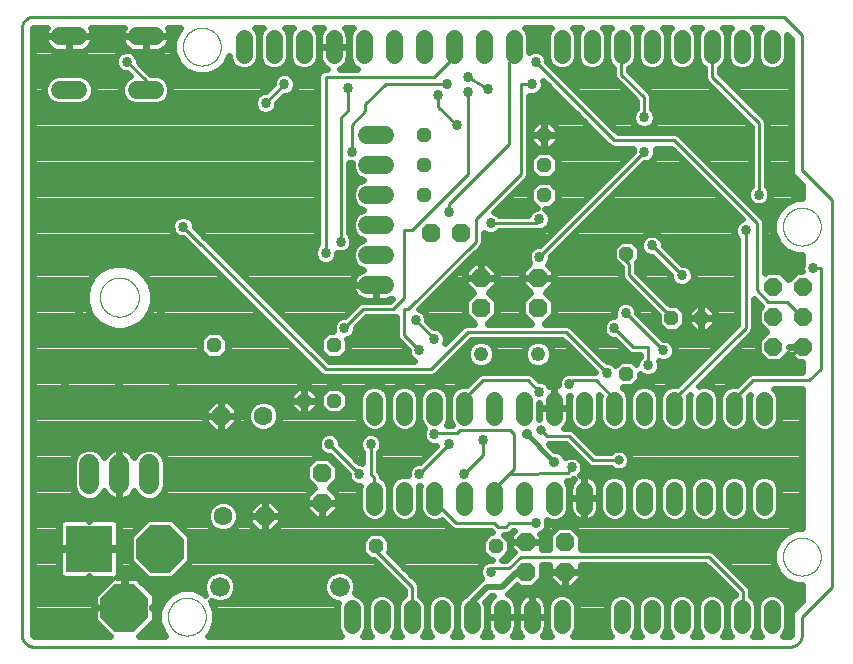
<source format=gbl>
G75*
%MOIN*%
%OFA0B0*%
%FSLAX25Y25*%
%IPPOS*%
%LPD*%
%AMOC8*
5,1,8,0,0,1.08239X$1,22.5*
%
%ADD10C,0.01000*%
%ADD11C,0.00000*%
%ADD12C,0.05600*%
%ADD13OC8,0.06102*%
%ADD14OC8,0.15748*%
%ADD15R,0.15748X0.15748*%
%ADD16C,0.07677*%
%ADD17C,0.06600*%
%ADD18C,0.06600*%
%ADD19OC8,0.04800*%
%ADD20C,0.06000*%
%ADD21C,0.04800*%
%ADD22OC8,0.06300*%
%ADD23C,0.06300*%
%ADD24C,0.05906*%
%ADD25C,0.02000*%
%ADD26C,0.02400*%
%ADD27C,0.01200*%
%ADD28C,0.03562*%
%ADD29C,0.03200*%
%ADD30C,0.01600*%
%ADD31C,0.03600*%
%ADD32C,0.03400*%
D10*
X0008350Y0007187D02*
X0008350Y0209313D01*
X0008352Y0209437D01*
X0008358Y0209560D01*
X0008367Y0209684D01*
X0008381Y0209806D01*
X0008398Y0209929D01*
X0008420Y0210051D01*
X0008445Y0210172D01*
X0008474Y0210292D01*
X0008506Y0210411D01*
X0008543Y0210530D01*
X0008583Y0210647D01*
X0008626Y0210762D01*
X0008674Y0210877D01*
X0008725Y0210989D01*
X0008779Y0211100D01*
X0008837Y0211210D01*
X0008898Y0211317D01*
X0008963Y0211423D01*
X0009031Y0211526D01*
X0009102Y0211627D01*
X0009176Y0211726D01*
X0009253Y0211823D01*
X0009334Y0211917D01*
X0009417Y0212008D01*
X0009503Y0212097D01*
X0009592Y0212183D01*
X0009683Y0212266D01*
X0009777Y0212347D01*
X0009874Y0212424D01*
X0009973Y0212498D01*
X0010074Y0212569D01*
X0010177Y0212637D01*
X0010283Y0212702D01*
X0010390Y0212763D01*
X0010500Y0212821D01*
X0010611Y0212875D01*
X0010723Y0212926D01*
X0010838Y0212974D01*
X0010953Y0213017D01*
X0011070Y0213057D01*
X0011189Y0213094D01*
X0011308Y0213126D01*
X0011428Y0213155D01*
X0011549Y0213180D01*
X0011671Y0213202D01*
X0011794Y0213219D01*
X0011916Y0213233D01*
X0012040Y0213242D01*
X0012163Y0213248D01*
X0012287Y0213250D01*
X0262350Y0213250D01*
X0268350Y0207250D01*
X0268350Y0162250D01*
X0278350Y0152250D01*
X0278350Y0023250D01*
X0268350Y0013250D01*
X0268350Y0007187D01*
X0268348Y0007063D01*
X0268342Y0006940D01*
X0268333Y0006816D01*
X0268319Y0006694D01*
X0268302Y0006571D01*
X0268280Y0006449D01*
X0268255Y0006328D01*
X0268226Y0006208D01*
X0268194Y0006089D01*
X0268157Y0005970D01*
X0268117Y0005853D01*
X0268074Y0005738D01*
X0268026Y0005623D01*
X0267975Y0005511D01*
X0267921Y0005400D01*
X0267863Y0005290D01*
X0267802Y0005183D01*
X0267737Y0005077D01*
X0267669Y0004974D01*
X0267598Y0004873D01*
X0267524Y0004774D01*
X0267447Y0004677D01*
X0267366Y0004583D01*
X0267283Y0004492D01*
X0267197Y0004403D01*
X0267108Y0004317D01*
X0267017Y0004234D01*
X0266923Y0004153D01*
X0266826Y0004076D01*
X0266727Y0004002D01*
X0266626Y0003931D01*
X0266523Y0003863D01*
X0266417Y0003798D01*
X0266310Y0003737D01*
X0266200Y0003679D01*
X0266089Y0003625D01*
X0265977Y0003574D01*
X0265862Y0003526D01*
X0265747Y0003483D01*
X0265630Y0003443D01*
X0265511Y0003406D01*
X0265392Y0003374D01*
X0265272Y0003345D01*
X0265151Y0003320D01*
X0265029Y0003298D01*
X0264906Y0003281D01*
X0264784Y0003267D01*
X0264660Y0003258D01*
X0264537Y0003252D01*
X0264413Y0003250D01*
X0012287Y0003250D01*
X0012163Y0003252D01*
X0012040Y0003258D01*
X0011916Y0003267D01*
X0011794Y0003281D01*
X0011671Y0003298D01*
X0011549Y0003320D01*
X0011428Y0003345D01*
X0011308Y0003374D01*
X0011189Y0003406D01*
X0011070Y0003443D01*
X0010953Y0003483D01*
X0010838Y0003526D01*
X0010723Y0003574D01*
X0010611Y0003625D01*
X0010500Y0003679D01*
X0010390Y0003737D01*
X0010283Y0003798D01*
X0010177Y0003863D01*
X0010074Y0003931D01*
X0009973Y0004002D01*
X0009874Y0004076D01*
X0009777Y0004153D01*
X0009683Y0004234D01*
X0009592Y0004317D01*
X0009503Y0004403D01*
X0009417Y0004492D01*
X0009334Y0004583D01*
X0009253Y0004677D01*
X0009176Y0004774D01*
X0009102Y0004873D01*
X0009031Y0004974D01*
X0008963Y0005077D01*
X0008898Y0005183D01*
X0008837Y0005290D01*
X0008779Y0005400D01*
X0008725Y0005511D01*
X0008674Y0005623D01*
X0008626Y0005738D01*
X0008583Y0005853D01*
X0008543Y0005970D01*
X0008506Y0006089D01*
X0008474Y0006208D01*
X0008445Y0006328D01*
X0008420Y0006449D01*
X0008398Y0006571D01*
X0008381Y0006694D01*
X0008367Y0006816D01*
X0008358Y0006940D01*
X0008352Y0007063D01*
X0008350Y0007187D01*
X0110850Y0070750D02*
X0120850Y0060750D01*
X0124600Y0060750D02*
X0125850Y0059500D01*
X0125850Y0052750D01*
X0124600Y0060750D02*
X0124600Y0070750D01*
X0140850Y0060750D02*
X0150850Y0070750D01*
X0153400Y0074500D02*
X0146250Y0074500D01*
X0145850Y0074100D01*
X0153400Y0074500D02*
X0154450Y0075550D01*
X0171050Y0075550D01*
X0172550Y0074050D01*
X0172550Y0062450D01*
X0170600Y0060900D01*
X0190350Y0061100D01*
X0191650Y0063000D01*
X0198750Y0065450D02*
X0190750Y0073450D01*
X0183450Y0073450D01*
X0181450Y0075450D01*
X0180850Y0088250D02*
X0177100Y0092000D01*
X0162100Y0092000D01*
X0155850Y0085750D01*
X0155850Y0082750D01*
X0162100Y0072150D02*
X0162100Y0067000D01*
X0155850Y0060750D01*
X0165850Y0055750D02*
X0165850Y0052750D01*
X0165850Y0055750D02*
X0170600Y0060900D01*
X0170850Y0044500D02*
X0169600Y0043250D01*
X0167100Y0043250D01*
X0165850Y0044500D01*
X0165800Y0044450D01*
X0153150Y0044450D01*
X0145850Y0051750D01*
X0145850Y0052750D01*
X0126350Y0036750D02*
X0126350Y0035250D01*
X0138350Y0023250D01*
X0138350Y0013250D01*
X0164600Y0028250D02*
X0165850Y0029500D01*
X0170850Y0029500D01*
X0174600Y0033250D01*
X0237350Y0033250D01*
X0248650Y0021950D01*
X0248650Y0013550D01*
X0248350Y0013250D01*
X0207250Y0065450D02*
X0198750Y0065450D01*
X0205850Y0082750D02*
X0205850Y0085750D01*
X0199600Y0092000D01*
X0192100Y0092000D01*
X0190850Y0090750D01*
X0203350Y0094500D02*
X0189600Y0108250D01*
X0157100Y0108250D01*
X0144600Y0095750D01*
X0109600Y0095750D01*
X0062100Y0143250D01*
X0109600Y0134500D02*
X0109600Y0193250D01*
X0145850Y0193250D01*
X0152100Y0199500D01*
X0152100Y0203250D01*
X0152350Y0203250D01*
X0157100Y0193250D02*
X0163850Y0189000D01*
X0157100Y0188000D02*
X0157100Y0160750D01*
X0138350Y0142000D01*
X0135850Y0142000D01*
X0135850Y0119500D01*
X0132100Y0115750D01*
X0122100Y0115750D01*
X0115850Y0109500D01*
X0135850Y0107000D02*
X0135850Y0115750D01*
X0137100Y0115750D01*
X0159600Y0138250D01*
X0159600Y0145750D01*
X0174600Y0160750D01*
X0174600Y0190750D01*
X0178350Y0190750D01*
X0179600Y0198250D02*
X0205850Y0172000D01*
X0225850Y0172000D01*
X0253350Y0144500D01*
X0253350Y0122000D01*
X0257100Y0118250D01*
X0263350Y0118250D01*
X0268350Y0113250D01*
X0268850Y0113250D01*
X0249600Y0109500D02*
X0249600Y0142000D01*
X0254000Y0153900D02*
X0254000Y0177700D01*
X0238450Y0193250D01*
X0238450Y0203150D01*
X0238350Y0203250D01*
X0215750Y0186350D02*
X0208150Y0193950D01*
X0208150Y0203050D01*
X0208350Y0203250D01*
X0215750Y0186350D02*
X0215750Y0179750D01*
X0215850Y0168250D02*
X0180850Y0133250D01*
X0179600Y0144500D02*
X0164600Y0144500D01*
X0150850Y0148250D02*
X0150850Y0150750D01*
X0170850Y0170750D01*
X0170850Y0198250D01*
X0172100Y0199500D01*
X0172100Y0203250D01*
X0172350Y0203250D01*
X0150100Y0190750D02*
X0129600Y0190750D01*
X0122850Y0184000D01*
X0122850Y0181750D01*
X0118350Y0177250D01*
X0118350Y0168250D01*
X0114600Y0179500D02*
X0114600Y0138250D01*
X0139600Y0112000D02*
X0145850Y0105750D01*
X0140850Y0102000D02*
X0135850Y0107000D01*
X0179600Y0144500D02*
X0180850Y0145750D01*
X0208350Y0134500D02*
X0208350Y0133250D01*
X0210850Y0130750D01*
X0210850Y0127000D01*
X0224600Y0113250D01*
X0224850Y0112750D01*
X0222100Y0102000D02*
X0209600Y0114500D01*
X0205850Y0109500D02*
X0212100Y0103250D01*
X0217100Y0103250D01*
X0217100Y0097000D01*
X0225850Y0085750D02*
X0249600Y0109500D01*
X0252100Y0092000D02*
X0270850Y0092000D01*
X0274600Y0095750D01*
X0274600Y0129500D01*
X0272100Y0129500D01*
X0228350Y0127000D02*
X0218350Y0137000D01*
X0209850Y0134250D02*
X0209600Y0134500D01*
X0208350Y0134500D01*
X0252100Y0092000D02*
X0245850Y0085750D01*
X0245850Y0082750D01*
X0225850Y0082750D02*
X0225850Y0085750D01*
X0179600Y0044500D02*
X0170850Y0044500D01*
X0153350Y0177000D02*
X0147100Y0183250D01*
X0147100Y0187000D01*
X0117100Y0189500D02*
X0117100Y0182000D01*
X0114600Y0179500D01*
X0095850Y0190750D02*
X0089600Y0184500D01*
X0049650Y0188850D02*
X0049600Y0189500D01*
X0049600Y0192000D01*
X0043350Y0198250D01*
D11*
X0062051Y0203250D02*
X0062053Y0203408D01*
X0062059Y0203566D01*
X0062069Y0203724D01*
X0062083Y0203882D01*
X0062101Y0204039D01*
X0062122Y0204196D01*
X0062148Y0204352D01*
X0062178Y0204508D01*
X0062211Y0204663D01*
X0062249Y0204816D01*
X0062290Y0204969D01*
X0062335Y0205121D01*
X0062384Y0205272D01*
X0062437Y0205421D01*
X0062493Y0205569D01*
X0062553Y0205715D01*
X0062617Y0205860D01*
X0062685Y0206003D01*
X0062756Y0206145D01*
X0062830Y0206285D01*
X0062908Y0206422D01*
X0062990Y0206558D01*
X0063074Y0206692D01*
X0063163Y0206823D01*
X0063254Y0206952D01*
X0063349Y0207079D01*
X0063446Y0207204D01*
X0063547Y0207326D01*
X0063651Y0207445D01*
X0063758Y0207562D01*
X0063868Y0207676D01*
X0063981Y0207787D01*
X0064096Y0207896D01*
X0064214Y0208001D01*
X0064335Y0208103D01*
X0064458Y0208203D01*
X0064584Y0208299D01*
X0064712Y0208392D01*
X0064842Y0208482D01*
X0064975Y0208568D01*
X0065110Y0208652D01*
X0065246Y0208731D01*
X0065385Y0208808D01*
X0065526Y0208880D01*
X0065668Y0208950D01*
X0065812Y0209015D01*
X0065958Y0209077D01*
X0066105Y0209135D01*
X0066254Y0209190D01*
X0066404Y0209241D01*
X0066555Y0209288D01*
X0066707Y0209331D01*
X0066860Y0209370D01*
X0067015Y0209406D01*
X0067170Y0209437D01*
X0067326Y0209465D01*
X0067482Y0209489D01*
X0067639Y0209509D01*
X0067797Y0209525D01*
X0067954Y0209537D01*
X0068113Y0209545D01*
X0068271Y0209549D01*
X0068429Y0209549D01*
X0068587Y0209545D01*
X0068746Y0209537D01*
X0068903Y0209525D01*
X0069061Y0209509D01*
X0069218Y0209489D01*
X0069374Y0209465D01*
X0069530Y0209437D01*
X0069685Y0209406D01*
X0069840Y0209370D01*
X0069993Y0209331D01*
X0070145Y0209288D01*
X0070296Y0209241D01*
X0070446Y0209190D01*
X0070595Y0209135D01*
X0070742Y0209077D01*
X0070888Y0209015D01*
X0071032Y0208950D01*
X0071174Y0208880D01*
X0071315Y0208808D01*
X0071454Y0208731D01*
X0071590Y0208652D01*
X0071725Y0208568D01*
X0071858Y0208482D01*
X0071988Y0208392D01*
X0072116Y0208299D01*
X0072242Y0208203D01*
X0072365Y0208103D01*
X0072486Y0208001D01*
X0072604Y0207896D01*
X0072719Y0207787D01*
X0072832Y0207676D01*
X0072942Y0207562D01*
X0073049Y0207445D01*
X0073153Y0207326D01*
X0073254Y0207204D01*
X0073351Y0207079D01*
X0073446Y0206952D01*
X0073537Y0206823D01*
X0073626Y0206692D01*
X0073710Y0206558D01*
X0073792Y0206422D01*
X0073870Y0206285D01*
X0073944Y0206145D01*
X0074015Y0206003D01*
X0074083Y0205860D01*
X0074147Y0205715D01*
X0074207Y0205569D01*
X0074263Y0205421D01*
X0074316Y0205272D01*
X0074365Y0205121D01*
X0074410Y0204969D01*
X0074451Y0204816D01*
X0074489Y0204663D01*
X0074522Y0204508D01*
X0074552Y0204352D01*
X0074578Y0204196D01*
X0074599Y0204039D01*
X0074617Y0203882D01*
X0074631Y0203724D01*
X0074641Y0203566D01*
X0074647Y0203408D01*
X0074649Y0203250D01*
X0074647Y0203092D01*
X0074641Y0202934D01*
X0074631Y0202776D01*
X0074617Y0202618D01*
X0074599Y0202461D01*
X0074578Y0202304D01*
X0074552Y0202148D01*
X0074522Y0201992D01*
X0074489Y0201837D01*
X0074451Y0201684D01*
X0074410Y0201531D01*
X0074365Y0201379D01*
X0074316Y0201228D01*
X0074263Y0201079D01*
X0074207Y0200931D01*
X0074147Y0200785D01*
X0074083Y0200640D01*
X0074015Y0200497D01*
X0073944Y0200355D01*
X0073870Y0200215D01*
X0073792Y0200078D01*
X0073710Y0199942D01*
X0073626Y0199808D01*
X0073537Y0199677D01*
X0073446Y0199548D01*
X0073351Y0199421D01*
X0073254Y0199296D01*
X0073153Y0199174D01*
X0073049Y0199055D01*
X0072942Y0198938D01*
X0072832Y0198824D01*
X0072719Y0198713D01*
X0072604Y0198604D01*
X0072486Y0198499D01*
X0072365Y0198397D01*
X0072242Y0198297D01*
X0072116Y0198201D01*
X0071988Y0198108D01*
X0071858Y0198018D01*
X0071725Y0197932D01*
X0071590Y0197848D01*
X0071454Y0197769D01*
X0071315Y0197692D01*
X0071174Y0197620D01*
X0071032Y0197550D01*
X0070888Y0197485D01*
X0070742Y0197423D01*
X0070595Y0197365D01*
X0070446Y0197310D01*
X0070296Y0197259D01*
X0070145Y0197212D01*
X0069993Y0197169D01*
X0069840Y0197130D01*
X0069685Y0197094D01*
X0069530Y0197063D01*
X0069374Y0197035D01*
X0069218Y0197011D01*
X0069061Y0196991D01*
X0068903Y0196975D01*
X0068746Y0196963D01*
X0068587Y0196955D01*
X0068429Y0196951D01*
X0068271Y0196951D01*
X0068113Y0196955D01*
X0067954Y0196963D01*
X0067797Y0196975D01*
X0067639Y0196991D01*
X0067482Y0197011D01*
X0067326Y0197035D01*
X0067170Y0197063D01*
X0067015Y0197094D01*
X0066860Y0197130D01*
X0066707Y0197169D01*
X0066555Y0197212D01*
X0066404Y0197259D01*
X0066254Y0197310D01*
X0066105Y0197365D01*
X0065958Y0197423D01*
X0065812Y0197485D01*
X0065668Y0197550D01*
X0065526Y0197620D01*
X0065385Y0197692D01*
X0065246Y0197769D01*
X0065110Y0197848D01*
X0064975Y0197932D01*
X0064842Y0198018D01*
X0064712Y0198108D01*
X0064584Y0198201D01*
X0064458Y0198297D01*
X0064335Y0198397D01*
X0064214Y0198499D01*
X0064096Y0198604D01*
X0063981Y0198713D01*
X0063868Y0198824D01*
X0063758Y0198938D01*
X0063651Y0199055D01*
X0063547Y0199174D01*
X0063446Y0199296D01*
X0063349Y0199421D01*
X0063254Y0199548D01*
X0063163Y0199677D01*
X0063074Y0199808D01*
X0062990Y0199942D01*
X0062908Y0200078D01*
X0062830Y0200215D01*
X0062756Y0200355D01*
X0062685Y0200497D01*
X0062617Y0200640D01*
X0062553Y0200785D01*
X0062493Y0200931D01*
X0062437Y0201079D01*
X0062384Y0201228D01*
X0062335Y0201379D01*
X0062290Y0201531D01*
X0062249Y0201684D01*
X0062211Y0201837D01*
X0062178Y0201992D01*
X0062148Y0202148D01*
X0062122Y0202304D01*
X0062101Y0202461D01*
X0062083Y0202618D01*
X0062069Y0202776D01*
X0062059Y0202934D01*
X0062053Y0203092D01*
X0062051Y0203250D01*
X0034350Y0119750D02*
X0034352Y0119911D01*
X0034358Y0120071D01*
X0034368Y0120232D01*
X0034382Y0120392D01*
X0034400Y0120552D01*
X0034421Y0120711D01*
X0034447Y0120870D01*
X0034477Y0121028D01*
X0034510Y0121185D01*
X0034548Y0121342D01*
X0034589Y0121497D01*
X0034634Y0121651D01*
X0034683Y0121804D01*
X0034736Y0121956D01*
X0034792Y0122107D01*
X0034853Y0122256D01*
X0034916Y0122404D01*
X0034984Y0122550D01*
X0035055Y0122694D01*
X0035129Y0122836D01*
X0035207Y0122977D01*
X0035289Y0123115D01*
X0035374Y0123252D01*
X0035462Y0123386D01*
X0035554Y0123518D01*
X0035649Y0123648D01*
X0035747Y0123776D01*
X0035848Y0123901D01*
X0035952Y0124023D01*
X0036059Y0124143D01*
X0036169Y0124260D01*
X0036282Y0124375D01*
X0036398Y0124486D01*
X0036517Y0124595D01*
X0036638Y0124700D01*
X0036762Y0124803D01*
X0036888Y0124903D01*
X0037016Y0124999D01*
X0037147Y0125092D01*
X0037281Y0125182D01*
X0037416Y0125269D01*
X0037554Y0125352D01*
X0037693Y0125432D01*
X0037835Y0125508D01*
X0037978Y0125581D01*
X0038123Y0125650D01*
X0038270Y0125716D01*
X0038418Y0125778D01*
X0038568Y0125836D01*
X0038719Y0125891D01*
X0038872Y0125942D01*
X0039026Y0125989D01*
X0039181Y0126032D01*
X0039337Y0126071D01*
X0039493Y0126107D01*
X0039651Y0126138D01*
X0039809Y0126166D01*
X0039968Y0126190D01*
X0040128Y0126210D01*
X0040288Y0126226D01*
X0040448Y0126238D01*
X0040609Y0126246D01*
X0040770Y0126250D01*
X0040930Y0126250D01*
X0041091Y0126246D01*
X0041252Y0126238D01*
X0041412Y0126226D01*
X0041572Y0126210D01*
X0041732Y0126190D01*
X0041891Y0126166D01*
X0042049Y0126138D01*
X0042207Y0126107D01*
X0042363Y0126071D01*
X0042519Y0126032D01*
X0042674Y0125989D01*
X0042828Y0125942D01*
X0042981Y0125891D01*
X0043132Y0125836D01*
X0043282Y0125778D01*
X0043430Y0125716D01*
X0043577Y0125650D01*
X0043722Y0125581D01*
X0043865Y0125508D01*
X0044007Y0125432D01*
X0044146Y0125352D01*
X0044284Y0125269D01*
X0044419Y0125182D01*
X0044553Y0125092D01*
X0044684Y0124999D01*
X0044812Y0124903D01*
X0044938Y0124803D01*
X0045062Y0124700D01*
X0045183Y0124595D01*
X0045302Y0124486D01*
X0045418Y0124375D01*
X0045531Y0124260D01*
X0045641Y0124143D01*
X0045748Y0124023D01*
X0045852Y0123901D01*
X0045953Y0123776D01*
X0046051Y0123648D01*
X0046146Y0123518D01*
X0046238Y0123386D01*
X0046326Y0123252D01*
X0046411Y0123115D01*
X0046493Y0122977D01*
X0046571Y0122836D01*
X0046645Y0122694D01*
X0046716Y0122550D01*
X0046784Y0122404D01*
X0046847Y0122256D01*
X0046908Y0122107D01*
X0046964Y0121956D01*
X0047017Y0121804D01*
X0047066Y0121651D01*
X0047111Y0121497D01*
X0047152Y0121342D01*
X0047190Y0121185D01*
X0047223Y0121028D01*
X0047253Y0120870D01*
X0047279Y0120711D01*
X0047300Y0120552D01*
X0047318Y0120392D01*
X0047332Y0120232D01*
X0047342Y0120071D01*
X0047348Y0119911D01*
X0047350Y0119750D01*
X0047348Y0119589D01*
X0047342Y0119429D01*
X0047332Y0119268D01*
X0047318Y0119108D01*
X0047300Y0118948D01*
X0047279Y0118789D01*
X0047253Y0118630D01*
X0047223Y0118472D01*
X0047190Y0118315D01*
X0047152Y0118158D01*
X0047111Y0118003D01*
X0047066Y0117849D01*
X0047017Y0117696D01*
X0046964Y0117544D01*
X0046908Y0117393D01*
X0046847Y0117244D01*
X0046784Y0117096D01*
X0046716Y0116950D01*
X0046645Y0116806D01*
X0046571Y0116664D01*
X0046493Y0116523D01*
X0046411Y0116385D01*
X0046326Y0116248D01*
X0046238Y0116114D01*
X0046146Y0115982D01*
X0046051Y0115852D01*
X0045953Y0115724D01*
X0045852Y0115599D01*
X0045748Y0115477D01*
X0045641Y0115357D01*
X0045531Y0115240D01*
X0045418Y0115125D01*
X0045302Y0115014D01*
X0045183Y0114905D01*
X0045062Y0114800D01*
X0044938Y0114697D01*
X0044812Y0114597D01*
X0044684Y0114501D01*
X0044553Y0114408D01*
X0044419Y0114318D01*
X0044284Y0114231D01*
X0044146Y0114148D01*
X0044007Y0114068D01*
X0043865Y0113992D01*
X0043722Y0113919D01*
X0043577Y0113850D01*
X0043430Y0113784D01*
X0043282Y0113722D01*
X0043132Y0113664D01*
X0042981Y0113609D01*
X0042828Y0113558D01*
X0042674Y0113511D01*
X0042519Y0113468D01*
X0042363Y0113429D01*
X0042207Y0113393D01*
X0042049Y0113362D01*
X0041891Y0113334D01*
X0041732Y0113310D01*
X0041572Y0113290D01*
X0041412Y0113274D01*
X0041252Y0113262D01*
X0041091Y0113254D01*
X0040930Y0113250D01*
X0040770Y0113250D01*
X0040609Y0113254D01*
X0040448Y0113262D01*
X0040288Y0113274D01*
X0040128Y0113290D01*
X0039968Y0113310D01*
X0039809Y0113334D01*
X0039651Y0113362D01*
X0039493Y0113393D01*
X0039337Y0113429D01*
X0039181Y0113468D01*
X0039026Y0113511D01*
X0038872Y0113558D01*
X0038719Y0113609D01*
X0038568Y0113664D01*
X0038418Y0113722D01*
X0038270Y0113784D01*
X0038123Y0113850D01*
X0037978Y0113919D01*
X0037835Y0113992D01*
X0037693Y0114068D01*
X0037554Y0114148D01*
X0037416Y0114231D01*
X0037281Y0114318D01*
X0037147Y0114408D01*
X0037016Y0114501D01*
X0036888Y0114597D01*
X0036762Y0114697D01*
X0036638Y0114800D01*
X0036517Y0114905D01*
X0036398Y0115014D01*
X0036282Y0115125D01*
X0036169Y0115240D01*
X0036059Y0115357D01*
X0035952Y0115477D01*
X0035848Y0115599D01*
X0035747Y0115724D01*
X0035649Y0115852D01*
X0035554Y0115982D01*
X0035462Y0116114D01*
X0035374Y0116248D01*
X0035289Y0116385D01*
X0035207Y0116523D01*
X0035129Y0116664D01*
X0035055Y0116806D01*
X0034984Y0116950D01*
X0034916Y0117096D01*
X0034853Y0117244D01*
X0034792Y0117393D01*
X0034736Y0117544D01*
X0034683Y0117696D01*
X0034634Y0117849D01*
X0034589Y0118003D01*
X0034548Y0118158D01*
X0034510Y0118315D01*
X0034477Y0118472D01*
X0034447Y0118630D01*
X0034421Y0118789D01*
X0034400Y0118948D01*
X0034382Y0119108D01*
X0034368Y0119268D01*
X0034358Y0119429D01*
X0034352Y0119589D01*
X0034350Y0119750D01*
X0057051Y0013250D02*
X0057053Y0013408D01*
X0057059Y0013566D01*
X0057069Y0013724D01*
X0057083Y0013882D01*
X0057101Y0014039D01*
X0057122Y0014196D01*
X0057148Y0014352D01*
X0057178Y0014508D01*
X0057211Y0014663D01*
X0057249Y0014816D01*
X0057290Y0014969D01*
X0057335Y0015121D01*
X0057384Y0015272D01*
X0057437Y0015421D01*
X0057493Y0015569D01*
X0057553Y0015715D01*
X0057617Y0015860D01*
X0057685Y0016003D01*
X0057756Y0016145D01*
X0057830Y0016285D01*
X0057908Y0016422D01*
X0057990Y0016558D01*
X0058074Y0016692D01*
X0058163Y0016823D01*
X0058254Y0016952D01*
X0058349Y0017079D01*
X0058446Y0017204D01*
X0058547Y0017326D01*
X0058651Y0017445D01*
X0058758Y0017562D01*
X0058868Y0017676D01*
X0058981Y0017787D01*
X0059096Y0017896D01*
X0059214Y0018001D01*
X0059335Y0018103D01*
X0059458Y0018203D01*
X0059584Y0018299D01*
X0059712Y0018392D01*
X0059842Y0018482D01*
X0059975Y0018568D01*
X0060110Y0018652D01*
X0060246Y0018731D01*
X0060385Y0018808D01*
X0060526Y0018880D01*
X0060668Y0018950D01*
X0060812Y0019015D01*
X0060958Y0019077D01*
X0061105Y0019135D01*
X0061254Y0019190D01*
X0061404Y0019241D01*
X0061555Y0019288D01*
X0061707Y0019331D01*
X0061860Y0019370D01*
X0062015Y0019406D01*
X0062170Y0019437D01*
X0062326Y0019465D01*
X0062482Y0019489D01*
X0062639Y0019509D01*
X0062797Y0019525D01*
X0062954Y0019537D01*
X0063113Y0019545D01*
X0063271Y0019549D01*
X0063429Y0019549D01*
X0063587Y0019545D01*
X0063746Y0019537D01*
X0063903Y0019525D01*
X0064061Y0019509D01*
X0064218Y0019489D01*
X0064374Y0019465D01*
X0064530Y0019437D01*
X0064685Y0019406D01*
X0064840Y0019370D01*
X0064993Y0019331D01*
X0065145Y0019288D01*
X0065296Y0019241D01*
X0065446Y0019190D01*
X0065595Y0019135D01*
X0065742Y0019077D01*
X0065888Y0019015D01*
X0066032Y0018950D01*
X0066174Y0018880D01*
X0066315Y0018808D01*
X0066454Y0018731D01*
X0066590Y0018652D01*
X0066725Y0018568D01*
X0066858Y0018482D01*
X0066988Y0018392D01*
X0067116Y0018299D01*
X0067242Y0018203D01*
X0067365Y0018103D01*
X0067486Y0018001D01*
X0067604Y0017896D01*
X0067719Y0017787D01*
X0067832Y0017676D01*
X0067942Y0017562D01*
X0068049Y0017445D01*
X0068153Y0017326D01*
X0068254Y0017204D01*
X0068351Y0017079D01*
X0068446Y0016952D01*
X0068537Y0016823D01*
X0068626Y0016692D01*
X0068710Y0016558D01*
X0068792Y0016422D01*
X0068870Y0016285D01*
X0068944Y0016145D01*
X0069015Y0016003D01*
X0069083Y0015860D01*
X0069147Y0015715D01*
X0069207Y0015569D01*
X0069263Y0015421D01*
X0069316Y0015272D01*
X0069365Y0015121D01*
X0069410Y0014969D01*
X0069451Y0014816D01*
X0069489Y0014663D01*
X0069522Y0014508D01*
X0069552Y0014352D01*
X0069578Y0014196D01*
X0069599Y0014039D01*
X0069617Y0013882D01*
X0069631Y0013724D01*
X0069641Y0013566D01*
X0069647Y0013408D01*
X0069649Y0013250D01*
X0069647Y0013092D01*
X0069641Y0012934D01*
X0069631Y0012776D01*
X0069617Y0012618D01*
X0069599Y0012461D01*
X0069578Y0012304D01*
X0069552Y0012148D01*
X0069522Y0011992D01*
X0069489Y0011837D01*
X0069451Y0011684D01*
X0069410Y0011531D01*
X0069365Y0011379D01*
X0069316Y0011228D01*
X0069263Y0011079D01*
X0069207Y0010931D01*
X0069147Y0010785D01*
X0069083Y0010640D01*
X0069015Y0010497D01*
X0068944Y0010355D01*
X0068870Y0010215D01*
X0068792Y0010078D01*
X0068710Y0009942D01*
X0068626Y0009808D01*
X0068537Y0009677D01*
X0068446Y0009548D01*
X0068351Y0009421D01*
X0068254Y0009296D01*
X0068153Y0009174D01*
X0068049Y0009055D01*
X0067942Y0008938D01*
X0067832Y0008824D01*
X0067719Y0008713D01*
X0067604Y0008604D01*
X0067486Y0008499D01*
X0067365Y0008397D01*
X0067242Y0008297D01*
X0067116Y0008201D01*
X0066988Y0008108D01*
X0066858Y0008018D01*
X0066725Y0007932D01*
X0066590Y0007848D01*
X0066454Y0007769D01*
X0066315Y0007692D01*
X0066174Y0007620D01*
X0066032Y0007550D01*
X0065888Y0007485D01*
X0065742Y0007423D01*
X0065595Y0007365D01*
X0065446Y0007310D01*
X0065296Y0007259D01*
X0065145Y0007212D01*
X0064993Y0007169D01*
X0064840Y0007130D01*
X0064685Y0007094D01*
X0064530Y0007063D01*
X0064374Y0007035D01*
X0064218Y0007011D01*
X0064061Y0006991D01*
X0063903Y0006975D01*
X0063746Y0006963D01*
X0063587Y0006955D01*
X0063429Y0006951D01*
X0063271Y0006951D01*
X0063113Y0006955D01*
X0062954Y0006963D01*
X0062797Y0006975D01*
X0062639Y0006991D01*
X0062482Y0007011D01*
X0062326Y0007035D01*
X0062170Y0007063D01*
X0062015Y0007094D01*
X0061860Y0007130D01*
X0061707Y0007169D01*
X0061555Y0007212D01*
X0061404Y0007259D01*
X0061254Y0007310D01*
X0061105Y0007365D01*
X0060958Y0007423D01*
X0060812Y0007485D01*
X0060668Y0007550D01*
X0060526Y0007620D01*
X0060385Y0007692D01*
X0060246Y0007769D01*
X0060110Y0007848D01*
X0059975Y0007932D01*
X0059842Y0008018D01*
X0059712Y0008108D01*
X0059584Y0008201D01*
X0059458Y0008297D01*
X0059335Y0008397D01*
X0059214Y0008499D01*
X0059096Y0008604D01*
X0058981Y0008713D01*
X0058868Y0008824D01*
X0058758Y0008938D01*
X0058651Y0009055D01*
X0058547Y0009174D01*
X0058446Y0009296D01*
X0058349Y0009421D01*
X0058254Y0009548D01*
X0058163Y0009677D01*
X0058074Y0009808D01*
X0057990Y0009942D01*
X0057908Y0010078D01*
X0057830Y0010215D01*
X0057756Y0010355D01*
X0057685Y0010497D01*
X0057617Y0010640D01*
X0057553Y0010785D01*
X0057493Y0010931D01*
X0057437Y0011079D01*
X0057384Y0011228D01*
X0057335Y0011379D01*
X0057290Y0011531D01*
X0057249Y0011684D01*
X0057211Y0011837D01*
X0057178Y0011992D01*
X0057148Y0012148D01*
X0057122Y0012304D01*
X0057101Y0012461D01*
X0057083Y0012618D01*
X0057069Y0012776D01*
X0057059Y0012934D01*
X0057053Y0013092D01*
X0057051Y0013250D01*
X0262051Y0033250D02*
X0262053Y0033408D01*
X0262059Y0033566D01*
X0262069Y0033724D01*
X0262083Y0033882D01*
X0262101Y0034039D01*
X0262122Y0034196D01*
X0262148Y0034352D01*
X0262178Y0034508D01*
X0262211Y0034663D01*
X0262249Y0034816D01*
X0262290Y0034969D01*
X0262335Y0035121D01*
X0262384Y0035272D01*
X0262437Y0035421D01*
X0262493Y0035569D01*
X0262553Y0035715D01*
X0262617Y0035860D01*
X0262685Y0036003D01*
X0262756Y0036145D01*
X0262830Y0036285D01*
X0262908Y0036422D01*
X0262990Y0036558D01*
X0263074Y0036692D01*
X0263163Y0036823D01*
X0263254Y0036952D01*
X0263349Y0037079D01*
X0263446Y0037204D01*
X0263547Y0037326D01*
X0263651Y0037445D01*
X0263758Y0037562D01*
X0263868Y0037676D01*
X0263981Y0037787D01*
X0264096Y0037896D01*
X0264214Y0038001D01*
X0264335Y0038103D01*
X0264458Y0038203D01*
X0264584Y0038299D01*
X0264712Y0038392D01*
X0264842Y0038482D01*
X0264975Y0038568D01*
X0265110Y0038652D01*
X0265246Y0038731D01*
X0265385Y0038808D01*
X0265526Y0038880D01*
X0265668Y0038950D01*
X0265812Y0039015D01*
X0265958Y0039077D01*
X0266105Y0039135D01*
X0266254Y0039190D01*
X0266404Y0039241D01*
X0266555Y0039288D01*
X0266707Y0039331D01*
X0266860Y0039370D01*
X0267015Y0039406D01*
X0267170Y0039437D01*
X0267326Y0039465D01*
X0267482Y0039489D01*
X0267639Y0039509D01*
X0267797Y0039525D01*
X0267954Y0039537D01*
X0268113Y0039545D01*
X0268271Y0039549D01*
X0268429Y0039549D01*
X0268587Y0039545D01*
X0268746Y0039537D01*
X0268903Y0039525D01*
X0269061Y0039509D01*
X0269218Y0039489D01*
X0269374Y0039465D01*
X0269530Y0039437D01*
X0269685Y0039406D01*
X0269840Y0039370D01*
X0269993Y0039331D01*
X0270145Y0039288D01*
X0270296Y0039241D01*
X0270446Y0039190D01*
X0270595Y0039135D01*
X0270742Y0039077D01*
X0270888Y0039015D01*
X0271032Y0038950D01*
X0271174Y0038880D01*
X0271315Y0038808D01*
X0271454Y0038731D01*
X0271590Y0038652D01*
X0271725Y0038568D01*
X0271858Y0038482D01*
X0271988Y0038392D01*
X0272116Y0038299D01*
X0272242Y0038203D01*
X0272365Y0038103D01*
X0272486Y0038001D01*
X0272604Y0037896D01*
X0272719Y0037787D01*
X0272832Y0037676D01*
X0272942Y0037562D01*
X0273049Y0037445D01*
X0273153Y0037326D01*
X0273254Y0037204D01*
X0273351Y0037079D01*
X0273446Y0036952D01*
X0273537Y0036823D01*
X0273626Y0036692D01*
X0273710Y0036558D01*
X0273792Y0036422D01*
X0273870Y0036285D01*
X0273944Y0036145D01*
X0274015Y0036003D01*
X0274083Y0035860D01*
X0274147Y0035715D01*
X0274207Y0035569D01*
X0274263Y0035421D01*
X0274316Y0035272D01*
X0274365Y0035121D01*
X0274410Y0034969D01*
X0274451Y0034816D01*
X0274489Y0034663D01*
X0274522Y0034508D01*
X0274552Y0034352D01*
X0274578Y0034196D01*
X0274599Y0034039D01*
X0274617Y0033882D01*
X0274631Y0033724D01*
X0274641Y0033566D01*
X0274647Y0033408D01*
X0274649Y0033250D01*
X0274647Y0033092D01*
X0274641Y0032934D01*
X0274631Y0032776D01*
X0274617Y0032618D01*
X0274599Y0032461D01*
X0274578Y0032304D01*
X0274552Y0032148D01*
X0274522Y0031992D01*
X0274489Y0031837D01*
X0274451Y0031684D01*
X0274410Y0031531D01*
X0274365Y0031379D01*
X0274316Y0031228D01*
X0274263Y0031079D01*
X0274207Y0030931D01*
X0274147Y0030785D01*
X0274083Y0030640D01*
X0274015Y0030497D01*
X0273944Y0030355D01*
X0273870Y0030215D01*
X0273792Y0030078D01*
X0273710Y0029942D01*
X0273626Y0029808D01*
X0273537Y0029677D01*
X0273446Y0029548D01*
X0273351Y0029421D01*
X0273254Y0029296D01*
X0273153Y0029174D01*
X0273049Y0029055D01*
X0272942Y0028938D01*
X0272832Y0028824D01*
X0272719Y0028713D01*
X0272604Y0028604D01*
X0272486Y0028499D01*
X0272365Y0028397D01*
X0272242Y0028297D01*
X0272116Y0028201D01*
X0271988Y0028108D01*
X0271858Y0028018D01*
X0271725Y0027932D01*
X0271590Y0027848D01*
X0271454Y0027769D01*
X0271315Y0027692D01*
X0271174Y0027620D01*
X0271032Y0027550D01*
X0270888Y0027485D01*
X0270742Y0027423D01*
X0270595Y0027365D01*
X0270446Y0027310D01*
X0270296Y0027259D01*
X0270145Y0027212D01*
X0269993Y0027169D01*
X0269840Y0027130D01*
X0269685Y0027094D01*
X0269530Y0027063D01*
X0269374Y0027035D01*
X0269218Y0027011D01*
X0269061Y0026991D01*
X0268903Y0026975D01*
X0268746Y0026963D01*
X0268587Y0026955D01*
X0268429Y0026951D01*
X0268271Y0026951D01*
X0268113Y0026955D01*
X0267954Y0026963D01*
X0267797Y0026975D01*
X0267639Y0026991D01*
X0267482Y0027011D01*
X0267326Y0027035D01*
X0267170Y0027063D01*
X0267015Y0027094D01*
X0266860Y0027130D01*
X0266707Y0027169D01*
X0266555Y0027212D01*
X0266404Y0027259D01*
X0266254Y0027310D01*
X0266105Y0027365D01*
X0265958Y0027423D01*
X0265812Y0027485D01*
X0265668Y0027550D01*
X0265526Y0027620D01*
X0265385Y0027692D01*
X0265246Y0027769D01*
X0265110Y0027848D01*
X0264975Y0027932D01*
X0264842Y0028018D01*
X0264712Y0028108D01*
X0264584Y0028201D01*
X0264458Y0028297D01*
X0264335Y0028397D01*
X0264214Y0028499D01*
X0264096Y0028604D01*
X0263981Y0028713D01*
X0263868Y0028824D01*
X0263758Y0028938D01*
X0263651Y0029055D01*
X0263547Y0029174D01*
X0263446Y0029296D01*
X0263349Y0029421D01*
X0263254Y0029548D01*
X0263163Y0029677D01*
X0263074Y0029808D01*
X0262990Y0029942D01*
X0262908Y0030078D01*
X0262830Y0030215D01*
X0262756Y0030355D01*
X0262685Y0030497D01*
X0262617Y0030640D01*
X0262553Y0030785D01*
X0262493Y0030931D01*
X0262437Y0031079D01*
X0262384Y0031228D01*
X0262335Y0031379D01*
X0262290Y0031531D01*
X0262249Y0031684D01*
X0262211Y0031837D01*
X0262178Y0031992D01*
X0262148Y0032148D01*
X0262122Y0032304D01*
X0262101Y0032461D01*
X0262083Y0032618D01*
X0262069Y0032776D01*
X0262059Y0032934D01*
X0262053Y0033092D01*
X0262051Y0033250D01*
X0262051Y0143250D02*
X0262053Y0143408D01*
X0262059Y0143566D01*
X0262069Y0143724D01*
X0262083Y0143882D01*
X0262101Y0144039D01*
X0262122Y0144196D01*
X0262148Y0144352D01*
X0262178Y0144508D01*
X0262211Y0144663D01*
X0262249Y0144816D01*
X0262290Y0144969D01*
X0262335Y0145121D01*
X0262384Y0145272D01*
X0262437Y0145421D01*
X0262493Y0145569D01*
X0262553Y0145715D01*
X0262617Y0145860D01*
X0262685Y0146003D01*
X0262756Y0146145D01*
X0262830Y0146285D01*
X0262908Y0146422D01*
X0262990Y0146558D01*
X0263074Y0146692D01*
X0263163Y0146823D01*
X0263254Y0146952D01*
X0263349Y0147079D01*
X0263446Y0147204D01*
X0263547Y0147326D01*
X0263651Y0147445D01*
X0263758Y0147562D01*
X0263868Y0147676D01*
X0263981Y0147787D01*
X0264096Y0147896D01*
X0264214Y0148001D01*
X0264335Y0148103D01*
X0264458Y0148203D01*
X0264584Y0148299D01*
X0264712Y0148392D01*
X0264842Y0148482D01*
X0264975Y0148568D01*
X0265110Y0148652D01*
X0265246Y0148731D01*
X0265385Y0148808D01*
X0265526Y0148880D01*
X0265668Y0148950D01*
X0265812Y0149015D01*
X0265958Y0149077D01*
X0266105Y0149135D01*
X0266254Y0149190D01*
X0266404Y0149241D01*
X0266555Y0149288D01*
X0266707Y0149331D01*
X0266860Y0149370D01*
X0267015Y0149406D01*
X0267170Y0149437D01*
X0267326Y0149465D01*
X0267482Y0149489D01*
X0267639Y0149509D01*
X0267797Y0149525D01*
X0267954Y0149537D01*
X0268113Y0149545D01*
X0268271Y0149549D01*
X0268429Y0149549D01*
X0268587Y0149545D01*
X0268746Y0149537D01*
X0268903Y0149525D01*
X0269061Y0149509D01*
X0269218Y0149489D01*
X0269374Y0149465D01*
X0269530Y0149437D01*
X0269685Y0149406D01*
X0269840Y0149370D01*
X0269993Y0149331D01*
X0270145Y0149288D01*
X0270296Y0149241D01*
X0270446Y0149190D01*
X0270595Y0149135D01*
X0270742Y0149077D01*
X0270888Y0149015D01*
X0271032Y0148950D01*
X0271174Y0148880D01*
X0271315Y0148808D01*
X0271454Y0148731D01*
X0271590Y0148652D01*
X0271725Y0148568D01*
X0271858Y0148482D01*
X0271988Y0148392D01*
X0272116Y0148299D01*
X0272242Y0148203D01*
X0272365Y0148103D01*
X0272486Y0148001D01*
X0272604Y0147896D01*
X0272719Y0147787D01*
X0272832Y0147676D01*
X0272942Y0147562D01*
X0273049Y0147445D01*
X0273153Y0147326D01*
X0273254Y0147204D01*
X0273351Y0147079D01*
X0273446Y0146952D01*
X0273537Y0146823D01*
X0273626Y0146692D01*
X0273710Y0146558D01*
X0273792Y0146422D01*
X0273870Y0146285D01*
X0273944Y0146145D01*
X0274015Y0146003D01*
X0274083Y0145860D01*
X0274147Y0145715D01*
X0274207Y0145569D01*
X0274263Y0145421D01*
X0274316Y0145272D01*
X0274365Y0145121D01*
X0274410Y0144969D01*
X0274451Y0144816D01*
X0274489Y0144663D01*
X0274522Y0144508D01*
X0274552Y0144352D01*
X0274578Y0144196D01*
X0274599Y0144039D01*
X0274617Y0143882D01*
X0274631Y0143724D01*
X0274641Y0143566D01*
X0274647Y0143408D01*
X0274649Y0143250D01*
X0274647Y0143092D01*
X0274641Y0142934D01*
X0274631Y0142776D01*
X0274617Y0142618D01*
X0274599Y0142461D01*
X0274578Y0142304D01*
X0274552Y0142148D01*
X0274522Y0141992D01*
X0274489Y0141837D01*
X0274451Y0141684D01*
X0274410Y0141531D01*
X0274365Y0141379D01*
X0274316Y0141228D01*
X0274263Y0141079D01*
X0274207Y0140931D01*
X0274147Y0140785D01*
X0274083Y0140640D01*
X0274015Y0140497D01*
X0273944Y0140355D01*
X0273870Y0140215D01*
X0273792Y0140078D01*
X0273710Y0139942D01*
X0273626Y0139808D01*
X0273537Y0139677D01*
X0273446Y0139548D01*
X0273351Y0139421D01*
X0273254Y0139296D01*
X0273153Y0139174D01*
X0273049Y0139055D01*
X0272942Y0138938D01*
X0272832Y0138824D01*
X0272719Y0138713D01*
X0272604Y0138604D01*
X0272486Y0138499D01*
X0272365Y0138397D01*
X0272242Y0138297D01*
X0272116Y0138201D01*
X0271988Y0138108D01*
X0271858Y0138018D01*
X0271725Y0137932D01*
X0271590Y0137848D01*
X0271454Y0137769D01*
X0271315Y0137692D01*
X0271174Y0137620D01*
X0271032Y0137550D01*
X0270888Y0137485D01*
X0270742Y0137423D01*
X0270595Y0137365D01*
X0270446Y0137310D01*
X0270296Y0137259D01*
X0270145Y0137212D01*
X0269993Y0137169D01*
X0269840Y0137130D01*
X0269685Y0137094D01*
X0269530Y0137063D01*
X0269374Y0137035D01*
X0269218Y0137011D01*
X0269061Y0136991D01*
X0268903Y0136975D01*
X0268746Y0136963D01*
X0268587Y0136955D01*
X0268429Y0136951D01*
X0268271Y0136951D01*
X0268113Y0136955D01*
X0267954Y0136963D01*
X0267797Y0136975D01*
X0267639Y0136991D01*
X0267482Y0137011D01*
X0267326Y0137035D01*
X0267170Y0137063D01*
X0267015Y0137094D01*
X0266860Y0137130D01*
X0266707Y0137169D01*
X0266555Y0137212D01*
X0266404Y0137259D01*
X0266254Y0137310D01*
X0266105Y0137365D01*
X0265958Y0137423D01*
X0265812Y0137485D01*
X0265668Y0137550D01*
X0265526Y0137620D01*
X0265385Y0137692D01*
X0265246Y0137769D01*
X0265110Y0137848D01*
X0264975Y0137932D01*
X0264842Y0138018D01*
X0264712Y0138108D01*
X0264584Y0138201D01*
X0264458Y0138297D01*
X0264335Y0138397D01*
X0264214Y0138499D01*
X0264096Y0138604D01*
X0263981Y0138713D01*
X0263868Y0138824D01*
X0263758Y0138938D01*
X0263651Y0139055D01*
X0263547Y0139174D01*
X0263446Y0139296D01*
X0263349Y0139421D01*
X0263254Y0139548D01*
X0263163Y0139677D01*
X0263074Y0139808D01*
X0262990Y0139942D01*
X0262908Y0140078D01*
X0262830Y0140215D01*
X0262756Y0140355D01*
X0262685Y0140497D01*
X0262617Y0140640D01*
X0262553Y0140785D01*
X0262493Y0140931D01*
X0262437Y0141079D01*
X0262384Y0141228D01*
X0262335Y0141379D01*
X0262290Y0141531D01*
X0262249Y0141684D01*
X0262211Y0141837D01*
X0262178Y0141992D01*
X0262148Y0142148D01*
X0262122Y0142304D01*
X0262101Y0142461D01*
X0262083Y0142618D01*
X0262069Y0142776D01*
X0262059Y0142934D01*
X0262053Y0143092D01*
X0262051Y0143250D01*
D12*
X0258350Y0200450D02*
X0258350Y0206050D01*
X0248350Y0206050D02*
X0248350Y0200450D01*
X0238350Y0200450D02*
X0238350Y0206050D01*
X0228350Y0206050D02*
X0228350Y0200450D01*
X0218350Y0200450D02*
X0218350Y0206050D01*
X0208350Y0206050D02*
X0208350Y0200450D01*
X0198350Y0200450D02*
X0198350Y0206050D01*
X0188350Y0206050D02*
X0188350Y0200450D01*
X0172350Y0200450D02*
X0172350Y0206050D01*
X0162350Y0206050D02*
X0162350Y0200450D01*
X0152350Y0200450D02*
X0152350Y0206050D01*
X0142350Y0206050D02*
X0142350Y0200450D01*
X0132350Y0200450D02*
X0132350Y0206050D01*
X0122350Y0206050D02*
X0122350Y0200450D01*
X0112350Y0200450D02*
X0112350Y0206050D01*
X0102350Y0206050D02*
X0102350Y0200450D01*
X0092350Y0200450D02*
X0092350Y0206050D01*
X0082350Y0206050D02*
X0082350Y0200450D01*
X0125850Y0085550D02*
X0125850Y0079950D01*
X0135850Y0079950D02*
X0135850Y0085550D01*
X0145850Y0085550D02*
X0145850Y0079950D01*
X0155850Y0079950D02*
X0155850Y0085550D01*
X0165850Y0085550D02*
X0165850Y0079950D01*
X0175850Y0079950D02*
X0175850Y0085550D01*
X0185850Y0085550D02*
X0185850Y0079950D01*
X0195850Y0079950D02*
X0195850Y0085550D01*
X0205850Y0085550D02*
X0205850Y0079950D01*
X0215850Y0079950D02*
X0215850Y0085550D01*
X0225850Y0085550D02*
X0225850Y0079950D01*
X0235850Y0079950D02*
X0235850Y0085550D01*
X0245850Y0085550D02*
X0245850Y0079950D01*
X0255850Y0079950D02*
X0255850Y0085550D01*
X0255850Y0055550D02*
X0255850Y0049950D01*
X0245850Y0049950D02*
X0245850Y0055550D01*
X0235850Y0055550D02*
X0235850Y0049950D01*
X0225850Y0049950D02*
X0225850Y0055550D01*
X0215850Y0055550D02*
X0215850Y0049950D01*
X0205850Y0049950D02*
X0205850Y0055550D01*
X0195850Y0055550D02*
X0195850Y0049950D01*
X0185850Y0049950D02*
X0185850Y0055550D01*
X0175850Y0055550D02*
X0175850Y0049950D01*
X0165850Y0049950D02*
X0165850Y0055550D01*
X0155850Y0055550D02*
X0155850Y0049950D01*
X0145850Y0049950D02*
X0145850Y0055550D01*
X0135850Y0055550D02*
X0135850Y0049950D01*
X0125850Y0049950D02*
X0125850Y0055550D01*
X0128350Y0016050D02*
X0128350Y0010450D01*
X0118350Y0010450D02*
X0118350Y0016050D01*
X0138350Y0016050D02*
X0138350Y0010450D01*
X0148350Y0010450D02*
X0148350Y0016050D01*
X0158350Y0016050D02*
X0158350Y0010450D01*
X0168350Y0010450D02*
X0168350Y0016050D01*
X0178350Y0016050D02*
X0178350Y0010450D01*
X0188350Y0010450D02*
X0188350Y0016050D01*
X0208350Y0016050D02*
X0208350Y0010450D01*
X0218350Y0010450D02*
X0218350Y0016050D01*
X0228350Y0016050D02*
X0228350Y0010450D01*
X0238350Y0010450D02*
X0238350Y0016050D01*
X0248350Y0016050D02*
X0248350Y0010450D01*
X0258350Y0010450D02*
X0258350Y0016050D01*
D13*
X0258850Y0103250D03*
X0268850Y0103250D03*
X0268850Y0113250D03*
X0258850Y0113250D03*
X0258850Y0123250D03*
X0268850Y0123250D03*
D14*
X0054350Y0035950D03*
X0042550Y0016250D03*
D15*
X0030750Y0035950D03*
D16*
X0030750Y0032950D03*
X0030750Y0038950D03*
X0054350Y0038950D03*
X0054350Y0032950D03*
X0045550Y0016250D03*
X0039550Y0016250D03*
D17*
X0074350Y0023250D03*
X0114350Y0023250D03*
D18*
X0050850Y0057450D02*
X0050850Y0064050D01*
X0040850Y0064050D02*
X0040850Y0057450D01*
X0030850Y0057450D02*
X0030850Y0064050D01*
D19*
X0072350Y0103750D03*
X0102350Y0085250D03*
X0112350Y0085250D03*
X0112350Y0103750D03*
X0142350Y0153750D03*
X0142350Y0163750D03*
X0142350Y0173750D03*
X0182350Y0173750D03*
X0182350Y0163750D03*
X0182350Y0153750D03*
X0209850Y0134250D03*
X0224850Y0112750D03*
X0234850Y0112750D03*
X0209850Y0094250D03*
X0166350Y0036750D03*
X0126350Y0036750D03*
D20*
X0052650Y0188850D02*
X0046650Y0188850D01*
X0027050Y0188850D02*
X0021050Y0188850D01*
X0021050Y0206650D02*
X0027050Y0206650D01*
X0046650Y0206650D02*
X0052650Y0206650D01*
D21*
X0161350Y0100750D03*
X0180350Y0100750D03*
D22*
X0180350Y0116250D03*
X0180350Y0126250D03*
X0161350Y0126250D03*
X0161350Y0116250D03*
X0154850Y0141250D03*
X0144850Y0141250D03*
X0074850Y0080250D03*
X0108350Y0061250D03*
X0108350Y0051250D03*
X0089350Y0046750D03*
X0176350Y0038250D03*
X0176350Y0028250D03*
X0189350Y0028250D03*
X0189350Y0038250D03*
D23*
X0088850Y0080250D03*
X0075350Y0046750D03*
D24*
X0123397Y0123750D02*
X0129303Y0123750D01*
X0129303Y0133750D02*
X0123397Y0133750D01*
X0123397Y0143750D02*
X0129303Y0143750D01*
X0129303Y0153750D02*
X0123397Y0153750D01*
X0123397Y0163750D02*
X0129303Y0163750D01*
X0129303Y0173750D02*
X0123397Y0173750D01*
D25*
X0173350Y0028250D02*
X0176350Y0028250D01*
X0173350Y0028250D02*
X0168350Y0023250D01*
X0163350Y0023250D01*
X0158350Y0018250D01*
X0158350Y0013250D01*
D26*
X0163350Y0013250D02*
X0163350Y0010056D01*
X0163473Y0009279D01*
X0163716Y0008531D01*
X0164074Y0007829D01*
X0164536Y0007193D01*
X0164779Y0006950D01*
X0161921Y0006950D01*
X0162589Y0007618D01*
X0163350Y0009455D01*
X0163350Y0017045D01*
X0162858Y0018232D01*
X0164675Y0020050D01*
X0165349Y0020050D01*
X0165093Y0019864D01*
X0164536Y0019307D01*
X0164074Y0018671D01*
X0163716Y0017969D01*
X0163473Y0017221D01*
X0163350Y0016444D01*
X0163350Y0013250D01*
X0168350Y0013250D01*
X0173350Y0013250D01*
X0173350Y0016444D01*
X0173227Y0017221D01*
X0172984Y0017969D01*
X0172626Y0018671D01*
X0172164Y0019307D01*
X0171607Y0019864D01*
X0170971Y0020326D01*
X0170296Y0020670D01*
X0173330Y0023704D01*
X0174134Y0022900D01*
X0178566Y0022900D01*
X0181700Y0026034D01*
X0181700Y0030466D01*
X0181616Y0030550D01*
X0184084Y0030550D01*
X0184000Y0030466D01*
X0184000Y0028250D01*
X0189350Y0028250D01*
X0194700Y0028250D01*
X0194700Y0030466D01*
X0194616Y0030550D01*
X0236232Y0030550D01*
X0245950Y0020832D01*
X0245950Y0020468D01*
X0245518Y0020289D01*
X0244111Y0018882D01*
X0243350Y0017045D01*
X0242589Y0018882D01*
X0241182Y0020289D01*
X0239345Y0021050D01*
X0237355Y0021050D01*
X0235518Y0020289D01*
X0234111Y0018882D01*
X0233350Y0017045D01*
X0232589Y0018882D01*
X0231182Y0020289D01*
X0229345Y0021050D01*
X0227355Y0021050D01*
X0225518Y0020289D01*
X0224111Y0018882D01*
X0223350Y0017045D01*
X0222589Y0018882D01*
X0221182Y0020289D01*
X0219345Y0021050D01*
X0217355Y0021050D01*
X0215518Y0020289D01*
X0214111Y0018882D01*
X0213350Y0017045D01*
X0212589Y0018882D01*
X0211182Y0020289D01*
X0209345Y0021050D01*
X0207355Y0021050D01*
X0205518Y0020289D01*
X0204111Y0018882D01*
X0203350Y0017045D01*
X0203350Y0009455D01*
X0204111Y0007618D01*
X0204779Y0006950D01*
X0191921Y0006950D01*
X0192589Y0007618D01*
X0193350Y0009455D01*
X0193350Y0017045D01*
X0192589Y0018882D01*
X0191182Y0020289D01*
X0189345Y0021050D01*
X0187355Y0021050D01*
X0185518Y0020289D01*
X0184111Y0018882D01*
X0183350Y0017045D01*
X0183350Y0009455D01*
X0184111Y0007618D01*
X0184779Y0006950D01*
X0181921Y0006950D01*
X0182164Y0007193D01*
X0182626Y0007829D01*
X0182984Y0008531D01*
X0183227Y0009279D01*
X0183350Y0010056D01*
X0183350Y0013250D01*
X0183350Y0016444D01*
X0183227Y0017221D01*
X0182984Y0017969D01*
X0182626Y0018671D01*
X0182164Y0019307D01*
X0181607Y0019864D01*
X0180971Y0020326D01*
X0180269Y0020684D01*
X0179521Y0020927D01*
X0178744Y0021050D01*
X0178350Y0021050D01*
X0178350Y0013250D01*
X0178350Y0013250D01*
X0183350Y0013250D01*
X0178350Y0013250D01*
X0178350Y0013250D01*
X0178350Y0013250D01*
X0173350Y0013250D01*
X0173350Y0016444D01*
X0173473Y0017221D01*
X0173716Y0017969D01*
X0174074Y0018671D01*
X0174536Y0019307D01*
X0175093Y0019864D01*
X0175729Y0020326D01*
X0176431Y0020684D01*
X0177179Y0020927D01*
X0177956Y0021050D01*
X0178350Y0021050D01*
X0178350Y0013250D01*
X0173350Y0013250D01*
X0168350Y0013250D01*
X0168350Y0013250D01*
X0168350Y0013250D01*
X0163350Y0013250D01*
X0163350Y0012844D02*
X0163350Y0012844D01*
X0163350Y0010446D02*
X0163350Y0010446D01*
X0162767Y0008047D02*
X0163963Y0008047D01*
X0171921Y0006950D02*
X0172164Y0007193D01*
X0172626Y0007829D01*
X0172984Y0008531D01*
X0173227Y0009279D01*
X0173350Y0010056D01*
X0173350Y0013250D01*
X0173350Y0010056D01*
X0173473Y0009279D01*
X0173716Y0008531D01*
X0174074Y0007829D01*
X0174536Y0007193D01*
X0174779Y0006950D01*
X0171921Y0006950D01*
X0172737Y0008047D02*
X0173963Y0008047D01*
X0173350Y0010446D02*
X0173350Y0010446D01*
X0173350Y0012844D02*
X0173350Y0012844D01*
X0173350Y0015243D02*
X0173350Y0015243D01*
X0173090Y0017641D02*
X0173610Y0017641D01*
X0175335Y0020040D02*
X0171365Y0020040D01*
X0172064Y0022438D02*
X0244344Y0022438D01*
X0245269Y0020040D02*
X0241431Y0020040D01*
X0243103Y0017641D02*
X0243597Y0017641D01*
X0243350Y0017045D02*
X0243350Y0009455D01*
X0242589Y0007618D01*
X0241921Y0006950D01*
X0244779Y0006950D01*
X0244111Y0007618D01*
X0243350Y0009455D01*
X0243350Y0017045D01*
X0243350Y0015243D02*
X0243350Y0015243D01*
X0243350Y0012844D02*
X0243350Y0012844D01*
X0243350Y0010446D02*
X0243350Y0010446D01*
X0242767Y0008047D02*
X0243933Y0008047D01*
X0251921Y0006950D02*
X0252589Y0007618D01*
X0253350Y0009455D01*
X0253350Y0017045D01*
X0252589Y0018882D01*
X0251350Y0020121D01*
X0251350Y0022487D01*
X0250939Y0023479D01*
X0250179Y0024239D01*
X0238879Y0035539D01*
X0237887Y0035950D01*
X0194616Y0035950D01*
X0194700Y0036034D01*
X0194700Y0040466D01*
X0191566Y0043600D01*
X0187134Y0043600D01*
X0184000Y0040466D01*
X0184000Y0036034D01*
X0184084Y0035950D01*
X0181616Y0035950D01*
X0181700Y0036034D01*
X0181700Y0038250D01*
X0181700Y0040466D01*
X0181217Y0040949D01*
X0181809Y0041194D01*
X0182906Y0042291D01*
X0183500Y0043724D01*
X0183500Y0045276D01*
X0183382Y0045560D01*
X0184855Y0044950D01*
X0186845Y0044950D01*
X0188682Y0045711D01*
X0190089Y0047118D01*
X0190850Y0048955D01*
X0190850Y0056545D01*
X0190089Y0058382D01*
X0190074Y0058397D01*
X0190083Y0058397D01*
X0190320Y0058347D01*
X0190614Y0058403D01*
X0190914Y0058406D01*
X0191137Y0058501D01*
X0191375Y0058545D01*
X0191627Y0058709D01*
X0191903Y0058827D01*
X0192072Y0059000D01*
X0192226Y0059100D01*
X0192329Y0059100D01*
X0192036Y0058807D01*
X0191574Y0058171D01*
X0191216Y0057469D01*
X0190973Y0056721D01*
X0190850Y0055944D01*
X0190850Y0052750D01*
X0195850Y0052750D01*
X0195850Y0052750D01*
X0195850Y0060550D01*
X0196244Y0060550D01*
X0197021Y0060427D01*
X0197769Y0060184D01*
X0198471Y0059826D01*
X0199107Y0059364D01*
X0199664Y0058807D01*
X0200126Y0058171D01*
X0200484Y0057469D01*
X0200727Y0056721D01*
X0200850Y0055944D01*
X0200850Y0052750D01*
X0195850Y0052750D01*
X0195850Y0052750D01*
X0195850Y0060550D01*
X0195456Y0060550D01*
X0194679Y0060427D01*
X0194550Y0060385D01*
X0194956Y0060791D01*
X0195550Y0062224D01*
X0195550Y0063776D01*
X0194956Y0065209D01*
X0193859Y0066306D01*
X0192426Y0066900D01*
X0190874Y0066900D01*
X0189557Y0066354D01*
X0189241Y0067116D01*
X0188116Y0068241D01*
X0186646Y0068850D01*
X0185791Y0068850D01*
X0183983Y0070750D01*
X0189632Y0070750D01*
X0197221Y0063161D01*
X0198213Y0062750D01*
X0204576Y0062750D01*
X0205097Y0062229D01*
X0206494Y0061650D01*
X0208006Y0061650D01*
X0209403Y0062229D01*
X0210471Y0063297D01*
X0211050Y0064694D01*
X0211050Y0066206D01*
X0210471Y0067603D01*
X0209403Y0068671D01*
X0208006Y0069250D01*
X0206494Y0069250D01*
X0205097Y0068671D01*
X0204576Y0068150D01*
X0199868Y0068150D01*
X0193039Y0074979D01*
X0192279Y0075739D01*
X0191287Y0076150D01*
X0189121Y0076150D01*
X0189664Y0076693D01*
X0190126Y0077329D01*
X0190484Y0078031D01*
X0190727Y0078779D01*
X0190850Y0079556D01*
X0190850Y0082750D01*
X0190850Y0085944D01*
X0190727Y0086721D01*
X0190685Y0086850D01*
X0190977Y0086850D01*
X0190850Y0086545D01*
X0190850Y0078955D01*
X0191611Y0077118D01*
X0193018Y0075711D01*
X0194855Y0074950D01*
X0196845Y0074950D01*
X0198682Y0075711D01*
X0200089Y0077118D01*
X0200850Y0078955D01*
X0201611Y0077118D01*
X0203018Y0075711D01*
X0204855Y0074950D01*
X0206845Y0074950D01*
X0208682Y0075711D01*
X0210089Y0077118D01*
X0210850Y0078955D01*
X0211611Y0077118D01*
X0213018Y0075711D01*
X0214855Y0074950D01*
X0216845Y0074950D01*
X0218682Y0075711D01*
X0220089Y0077118D01*
X0220850Y0078955D01*
X0220850Y0086545D01*
X0220089Y0088382D01*
X0218682Y0089789D01*
X0216845Y0090550D01*
X0214855Y0090550D01*
X0213018Y0089789D01*
X0211611Y0088382D01*
X0210850Y0086545D01*
X0210850Y0078955D01*
X0210850Y0086545D01*
X0210089Y0088382D01*
X0208821Y0089650D01*
X0211755Y0089650D01*
X0214450Y0092345D01*
X0214450Y0094135D01*
X0214891Y0093694D01*
X0216324Y0093100D01*
X0217876Y0093100D01*
X0219309Y0093694D01*
X0220406Y0094791D01*
X0221000Y0096224D01*
X0221000Y0097776D01*
X0220771Y0098329D01*
X0221324Y0098100D01*
X0222876Y0098100D01*
X0224309Y0098694D01*
X0225406Y0099791D01*
X0226000Y0101224D01*
X0226000Y0102776D01*
X0225406Y0104209D01*
X0224309Y0105306D01*
X0222876Y0105900D01*
X0222018Y0105900D01*
X0213500Y0114418D01*
X0213500Y0115276D01*
X0212906Y0116709D01*
X0211809Y0117806D01*
X0210376Y0118400D01*
X0208824Y0118400D01*
X0207391Y0117806D01*
X0206294Y0116709D01*
X0205700Y0115276D01*
X0205700Y0113724D01*
X0205834Y0113400D01*
X0205074Y0113400D01*
X0203641Y0112806D01*
X0202544Y0111709D01*
X0201950Y0110276D01*
X0201950Y0108724D01*
X0202544Y0107291D01*
X0203641Y0106194D01*
X0205074Y0105600D01*
X0205932Y0105600D01*
X0210571Y0100961D01*
X0211563Y0100550D01*
X0214400Y0100550D01*
X0214400Y0099815D01*
X0213794Y0099209D01*
X0213200Y0097776D01*
X0213200Y0097405D01*
X0211755Y0098850D01*
X0207945Y0098850D01*
X0206230Y0097135D01*
X0205559Y0097806D01*
X0204126Y0098400D01*
X0203268Y0098400D01*
X0191129Y0110539D01*
X0190137Y0110950D01*
X0182616Y0110950D01*
X0185700Y0114034D01*
X0185700Y0118466D01*
X0182916Y0121250D01*
X0185700Y0124034D01*
X0185700Y0126250D01*
X0185700Y0128466D01*
X0183641Y0130525D01*
X0184156Y0131041D01*
X0184750Y0132474D01*
X0184750Y0133332D01*
X0215768Y0164350D01*
X0216626Y0164350D01*
X0218059Y0164944D01*
X0219156Y0166041D01*
X0219750Y0167474D01*
X0219750Y0169026D01*
X0219636Y0169300D01*
X0224732Y0169300D01*
X0248334Y0145697D01*
X0247391Y0145306D01*
X0246294Y0144209D01*
X0245700Y0142776D01*
X0245700Y0141224D01*
X0246294Y0139791D01*
X0246900Y0139185D01*
X0246900Y0110618D01*
X0226832Y0090550D01*
X0224855Y0090550D01*
X0223018Y0089789D01*
X0221611Y0088382D01*
X0220850Y0086545D01*
X0220850Y0078955D01*
X0221611Y0077118D01*
X0223018Y0075711D01*
X0224855Y0074950D01*
X0226845Y0074950D01*
X0228682Y0075711D01*
X0230089Y0077118D01*
X0230850Y0078955D01*
X0231611Y0077118D01*
X0233018Y0075711D01*
X0234855Y0074950D01*
X0236845Y0074950D01*
X0238682Y0075711D01*
X0240089Y0077118D01*
X0240850Y0078955D01*
X0241611Y0077118D01*
X0243018Y0075711D01*
X0244855Y0074950D01*
X0246845Y0074950D01*
X0248682Y0075711D01*
X0250089Y0077118D01*
X0250850Y0078955D01*
X0251611Y0077118D01*
X0253018Y0075711D01*
X0254855Y0074950D01*
X0256845Y0074950D01*
X0258682Y0075711D01*
X0260089Y0077118D01*
X0260850Y0078955D01*
X0260850Y0086545D01*
X0260089Y0088382D01*
X0259171Y0089300D01*
X0268350Y0089300D01*
X0268350Y0042749D01*
X0266460Y0042749D01*
X0262969Y0041303D01*
X0260297Y0038631D01*
X0258851Y0035140D01*
X0258851Y0031360D01*
X0260297Y0027869D01*
X0262969Y0025197D01*
X0266460Y0023751D01*
X0268350Y0023751D01*
X0268350Y0018483D01*
X0266254Y0016387D01*
X0265213Y0015346D01*
X0264650Y0013986D01*
X0264650Y0007187D01*
X0264645Y0007141D01*
X0264610Y0007055D01*
X0264545Y0006990D01*
X0264459Y0006955D01*
X0264413Y0006950D01*
X0261921Y0006950D01*
X0262589Y0007618D01*
X0263350Y0009455D01*
X0263350Y0017045D01*
X0262589Y0018882D01*
X0261182Y0020289D01*
X0259345Y0021050D01*
X0257355Y0021050D01*
X0255518Y0020289D01*
X0254111Y0018882D01*
X0253350Y0017045D01*
X0253350Y0009455D01*
X0254111Y0007618D01*
X0254779Y0006950D01*
X0251921Y0006950D01*
X0252767Y0008047D02*
X0253933Y0008047D01*
X0253350Y0010446D02*
X0253350Y0010446D01*
X0253350Y0012844D02*
X0253350Y0012844D01*
X0253350Y0015243D02*
X0253350Y0015243D01*
X0253103Y0017641D02*
X0253597Y0017641D01*
X0255269Y0020040D02*
X0251431Y0020040D01*
X0251350Y0022438D02*
X0268350Y0022438D01*
X0268350Y0020040D02*
X0261431Y0020040D01*
X0263103Y0017641D02*
X0267508Y0017641D01*
X0266254Y0016387D02*
X0266254Y0016387D01*
X0265170Y0015243D02*
X0263350Y0015243D01*
X0263350Y0012844D02*
X0264650Y0012844D01*
X0264650Y0010446D02*
X0263350Y0010446D01*
X0262767Y0008047D02*
X0264650Y0008047D01*
X0263839Y0024837D02*
X0249582Y0024837D01*
X0247183Y0027235D02*
X0260931Y0027235D01*
X0259566Y0029634D02*
X0244785Y0029634D01*
X0242386Y0032032D02*
X0258851Y0032032D01*
X0258851Y0034431D02*
X0239988Y0034431D01*
X0237148Y0029634D02*
X0194700Y0029634D01*
X0194700Y0028250D02*
X0189350Y0028250D01*
X0189350Y0028250D01*
X0189350Y0028250D01*
X0189350Y0022900D01*
X0191566Y0022900D01*
X0194700Y0026034D01*
X0194700Y0028250D01*
X0194700Y0027235D02*
X0239547Y0027235D01*
X0241945Y0024837D02*
X0193503Y0024837D01*
X0189350Y0024837D02*
X0189350Y0024837D01*
X0189350Y0022900D02*
X0187134Y0022900D01*
X0184000Y0026034D01*
X0184000Y0028250D01*
X0189350Y0028250D01*
X0189350Y0028250D01*
X0189350Y0022900D01*
X0191431Y0020040D02*
X0205269Y0020040D01*
X0203597Y0017641D02*
X0193103Y0017641D01*
X0193350Y0015243D02*
X0203350Y0015243D01*
X0203350Y0012844D02*
X0193350Y0012844D01*
X0193350Y0010446D02*
X0203350Y0010446D01*
X0203933Y0008047D02*
X0192767Y0008047D01*
X0183933Y0008047D02*
X0182737Y0008047D01*
X0183350Y0010446D02*
X0183350Y0010446D01*
X0183350Y0012844D02*
X0183350Y0012844D01*
X0183350Y0015243D02*
X0183350Y0015243D01*
X0183597Y0017641D02*
X0183090Y0017641D01*
X0181365Y0020040D02*
X0185269Y0020040D01*
X0185197Y0024837D02*
X0180503Y0024837D01*
X0181700Y0027235D02*
X0184000Y0027235D01*
X0184000Y0029634D02*
X0181700Y0029634D01*
X0189350Y0027235D02*
X0189350Y0027235D01*
X0178350Y0020040D02*
X0178350Y0020040D01*
X0178350Y0017641D02*
X0178350Y0017641D01*
X0178350Y0015243D02*
X0178350Y0015243D01*
X0165335Y0020040D02*
X0164665Y0020040D01*
X0163610Y0017641D02*
X0163103Y0017641D01*
X0163350Y0015243D02*
X0163350Y0015243D01*
X0158013Y0022438D02*
X0141050Y0022438D01*
X0141050Y0023787D02*
X0141050Y0020344D01*
X0141182Y0020289D01*
X0142589Y0018882D01*
X0143350Y0017045D01*
X0143350Y0009455D01*
X0142589Y0007618D01*
X0141921Y0006950D01*
X0144779Y0006950D01*
X0144111Y0007618D01*
X0143350Y0009455D01*
X0143350Y0017045D01*
X0144111Y0018882D01*
X0145518Y0020289D01*
X0147355Y0021050D01*
X0149345Y0021050D01*
X0151182Y0020289D01*
X0152589Y0018882D01*
X0153350Y0017045D01*
X0153350Y0009455D01*
X0152589Y0007618D01*
X0151921Y0006950D01*
X0154779Y0006950D01*
X0154111Y0007618D01*
X0153350Y0009455D01*
X0153350Y0017045D01*
X0154111Y0018882D01*
X0155518Y0020289D01*
X0156108Y0020533D01*
X0160637Y0025063D01*
X0161455Y0025880D01*
X0161294Y0026041D01*
X0160700Y0027474D01*
X0160700Y0029026D01*
X0161294Y0030459D01*
X0162391Y0031556D01*
X0163824Y0032150D01*
X0165192Y0032150D01*
X0165192Y0032150D01*
X0164445Y0032150D01*
X0161750Y0034845D01*
X0161750Y0038655D01*
X0164445Y0041350D01*
X0165182Y0041350D01*
X0164811Y0041721D01*
X0164782Y0041750D01*
X0152613Y0041750D01*
X0151621Y0042161D01*
X0150861Y0042921D01*
X0150861Y0042921D01*
X0148250Y0045532D01*
X0146845Y0044950D01*
X0144855Y0044950D01*
X0143018Y0045711D01*
X0141611Y0047118D01*
X0140850Y0048955D01*
X0140850Y0056545D01*
X0140977Y0056850D01*
X0140723Y0056850D01*
X0140850Y0056545D01*
X0140850Y0048955D01*
X0140089Y0047118D01*
X0138682Y0045711D01*
X0136845Y0044950D01*
X0134855Y0044950D01*
X0133018Y0045711D01*
X0131611Y0047118D01*
X0130850Y0048955D01*
X0130089Y0047118D01*
X0128682Y0045711D01*
X0126845Y0044950D01*
X0124855Y0044950D01*
X0123018Y0045711D01*
X0121611Y0047118D01*
X0120850Y0048955D01*
X0120850Y0056545D01*
X0120977Y0056850D01*
X0120074Y0056850D01*
X0118641Y0057444D01*
X0117544Y0058541D01*
X0116950Y0059974D01*
X0116950Y0060832D01*
X0110932Y0066850D01*
X0110074Y0066850D01*
X0108641Y0067444D01*
X0107544Y0068541D01*
X0106950Y0069974D01*
X0106950Y0071526D01*
X0107544Y0072959D01*
X0108641Y0074056D01*
X0110074Y0074650D01*
X0111626Y0074650D01*
X0113059Y0074056D01*
X0114156Y0072959D01*
X0114750Y0071526D01*
X0114750Y0070668D01*
X0120768Y0064650D01*
X0121626Y0064650D01*
X0121900Y0064536D01*
X0121900Y0067935D01*
X0121294Y0068541D01*
X0120700Y0069974D01*
X0120700Y0071526D01*
X0121294Y0072959D01*
X0122391Y0074056D01*
X0123824Y0074650D01*
X0125376Y0074650D01*
X0126809Y0074056D01*
X0127906Y0072959D01*
X0128500Y0071526D01*
X0128500Y0069974D01*
X0127906Y0068541D01*
X0127300Y0067935D01*
X0127300Y0061868D01*
X0128139Y0061029D01*
X0128550Y0060037D01*
X0128550Y0059844D01*
X0128682Y0059789D01*
X0130089Y0058382D01*
X0130850Y0056545D01*
X0130850Y0048955D01*
X0130850Y0056545D01*
X0131611Y0058382D01*
X0133018Y0059789D01*
X0134855Y0060550D01*
X0136845Y0060550D01*
X0136950Y0060506D01*
X0136950Y0061526D01*
X0137544Y0062959D01*
X0138641Y0064056D01*
X0140074Y0064650D01*
X0140932Y0064650D01*
X0146482Y0070200D01*
X0145074Y0070200D01*
X0143641Y0070794D01*
X0142544Y0071891D01*
X0141950Y0073324D01*
X0141950Y0074876D01*
X0142507Y0076222D01*
X0141611Y0077118D01*
X0140850Y0078955D01*
X0140089Y0077118D01*
X0138682Y0075711D01*
X0136845Y0074950D01*
X0134855Y0074950D01*
X0133018Y0075711D01*
X0131611Y0077118D01*
X0130850Y0078955D01*
X0130850Y0086545D01*
X0131611Y0088382D01*
X0133018Y0089789D01*
X0134855Y0090550D01*
X0136845Y0090550D01*
X0138682Y0089789D01*
X0140089Y0088382D01*
X0140850Y0086545D01*
X0140850Y0078955D01*
X0140850Y0086545D01*
X0141611Y0088382D01*
X0143018Y0089789D01*
X0144855Y0090550D01*
X0146845Y0090550D01*
X0148682Y0089789D01*
X0150089Y0088382D01*
X0150850Y0086545D01*
X0150850Y0078955D01*
X0150123Y0077200D01*
X0151577Y0077200D01*
X0150850Y0078955D01*
X0150850Y0086545D01*
X0151611Y0088382D01*
X0153018Y0089789D01*
X0154855Y0090550D01*
X0156832Y0090550D01*
X0159811Y0093529D01*
X0160571Y0094289D01*
X0161563Y0094700D01*
X0177637Y0094700D01*
X0178629Y0094289D01*
X0180768Y0092150D01*
X0181626Y0092150D01*
X0183059Y0091556D01*
X0184156Y0090459D01*
X0184230Y0090281D01*
X0184679Y0090427D01*
X0185456Y0090550D01*
X0185850Y0090550D01*
X0185850Y0082750D01*
X0185850Y0082750D01*
X0190850Y0082750D01*
X0185850Y0082750D01*
X0185850Y0082750D01*
X0185850Y0090550D01*
X0186244Y0090550D01*
X0186950Y0090438D01*
X0186950Y0091526D01*
X0187544Y0092959D01*
X0188641Y0094056D01*
X0190074Y0094650D01*
X0191442Y0094650D01*
X0191563Y0094700D01*
X0199332Y0094700D01*
X0188482Y0105550D01*
X0158218Y0105550D01*
X0146129Y0093461D01*
X0145137Y0093050D01*
X0109063Y0093050D01*
X0108071Y0093461D01*
X0107311Y0094221D01*
X0062182Y0139350D01*
X0061324Y0139350D01*
X0059891Y0139944D01*
X0058794Y0141041D01*
X0058200Y0142474D01*
X0058200Y0144026D01*
X0058794Y0145459D01*
X0059891Y0146556D01*
X0061324Y0147150D01*
X0062876Y0147150D01*
X0064309Y0146556D01*
X0065406Y0145459D01*
X0066000Y0144026D01*
X0066000Y0143168D01*
X0110718Y0098450D01*
X0139229Y0098450D01*
X0138641Y0098694D01*
X0137544Y0099791D01*
X0136950Y0101224D01*
X0136950Y0102082D01*
X0134321Y0104711D01*
X0133561Y0105471D01*
X0133150Y0106463D01*
X0133150Y0113262D01*
X0132637Y0113050D01*
X0123218Y0113050D01*
X0119750Y0109582D01*
X0119750Y0108724D01*
X0119156Y0107291D01*
X0118059Y0106194D01*
X0116894Y0105711D01*
X0116950Y0105655D01*
X0116950Y0101845D01*
X0114255Y0099150D01*
X0110445Y0099150D01*
X0107750Y0101845D01*
X0107750Y0105655D01*
X0110445Y0108350D01*
X0112105Y0108350D01*
X0111950Y0108724D01*
X0111950Y0110276D01*
X0112544Y0111709D01*
X0113641Y0112806D01*
X0115074Y0113400D01*
X0115932Y0113400D01*
X0119811Y0117279D01*
X0120571Y0118039D01*
X0121563Y0118450D01*
X0130982Y0118450D01*
X0131741Y0119209D01*
X0131281Y0118975D01*
X0130509Y0118724D01*
X0129708Y0118597D01*
X0126350Y0118597D01*
X0126350Y0123750D01*
X0126350Y0118597D01*
X0122992Y0118597D01*
X0122191Y0118724D01*
X0121419Y0118975D01*
X0120697Y0119343D01*
X0120040Y0119820D01*
X0119467Y0120393D01*
X0118990Y0121049D01*
X0118622Y0121772D01*
X0118371Y0122543D01*
X0118244Y0123344D01*
X0118244Y0123750D01*
X0126350Y0123750D01*
X0126350Y0123750D01*
X0126350Y0123750D01*
X0118244Y0123750D01*
X0118244Y0124156D01*
X0118371Y0124957D01*
X0118622Y0125728D01*
X0118990Y0126451D01*
X0119467Y0127107D01*
X0120040Y0127680D01*
X0120697Y0128157D01*
X0121419Y0128525D01*
X0122051Y0128730D01*
X0120478Y0129382D01*
X0119029Y0130831D01*
X0118244Y0132725D01*
X0118244Y0134775D01*
X0119029Y0136669D01*
X0120478Y0138118D01*
X0122004Y0138750D01*
X0120478Y0139382D01*
X0119029Y0140831D01*
X0118244Y0142725D01*
X0118244Y0144775D01*
X0119029Y0146669D01*
X0120478Y0148118D01*
X0122004Y0148750D01*
X0120478Y0149382D01*
X0119029Y0150831D01*
X0118244Y0152725D01*
X0118244Y0154775D01*
X0119029Y0156669D01*
X0120478Y0158118D01*
X0122004Y0158750D01*
X0120478Y0159382D01*
X0119029Y0160831D01*
X0118244Y0162725D01*
X0118244Y0164350D01*
X0117574Y0164350D01*
X0117300Y0164464D01*
X0117300Y0141065D01*
X0117906Y0140459D01*
X0118500Y0139026D01*
X0118500Y0137474D01*
X0117906Y0136041D01*
X0116809Y0134944D01*
X0115376Y0134350D01*
X0113824Y0134350D01*
X0113500Y0134484D01*
X0113500Y0133724D01*
X0112906Y0132291D01*
X0111809Y0131194D01*
X0110376Y0130600D01*
X0108824Y0130600D01*
X0107391Y0131194D01*
X0106294Y0132291D01*
X0105700Y0133724D01*
X0105700Y0135276D01*
X0106294Y0136709D01*
X0106900Y0137315D01*
X0106900Y0193787D01*
X0107311Y0194779D01*
X0108071Y0195539D01*
X0109063Y0195950D01*
X0110168Y0195950D01*
X0109729Y0196174D01*
X0109093Y0196636D01*
X0108536Y0197193D01*
X0108074Y0197829D01*
X0107716Y0198531D01*
X0107473Y0199279D01*
X0107350Y0200056D01*
X0107350Y0203250D01*
X0112350Y0203250D01*
X0117350Y0203250D01*
X0117350Y0206444D01*
X0117227Y0207221D01*
X0116984Y0207969D01*
X0116626Y0208671D01*
X0116164Y0209307D01*
X0115921Y0209550D01*
X0118779Y0209550D01*
X0118111Y0208882D01*
X0117350Y0207045D01*
X0117350Y0199455D01*
X0118111Y0197618D01*
X0119518Y0196211D01*
X0120148Y0195950D01*
X0114532Y0195950D01*
X0114971Y0196174D01*
X0115607Y0196636D01*
X0116164Y0197193D01*
X0116626Y0197829D01*
X0116984Y0198531D01*
X0117227Y0199279D01*
X0117350Y0200056D01*
X0117350Y0203250D01*
X0112350Y0203250D01*
X0112350Y0203250D01*
X0112350Y0203250D01*
X0107350Y0203250D01*
X0107350Y0206444D01*
X0107473Y0207221D01*
X0107716Y0207969D01*
X0108074Y0208671D01*
X0108536Y0209307D01*
X0108779Y0209550D01*
X0105921Y0209550D01*
X0106589Y0208882D01*
X0107350Y0207045D01*
X0107350Y0199455D01*
X0106589Y0197618D01*
X0105182Y0196211D01*
X0103345Y0195450D01*
X0101355Y0195450D01*
X0099518Y0196211D01*
X0098111Y0197618D01*
X0097350Y0199455D01*
X0097350Y0207045D01*
X0098111Y0208882D01*
X0098779Y0209550D01*
X0095921Y0209550D01*
X0096589Y0208882D01*
X0097350Y0207045D01*
X0097350Y0199455D01*
X0096589Y0197618D01*
X0095182Y0196211D01*
X0093345Y0195450D01*
X0091355Y0195450D01*
X0089518Y0196211D01*
X0088111Y0197618D01*
X0087350Y0199455D01*
X0087350Y0207045D01*
X0088111Y0208882D01*
X0088779Y0209550D01*
X0085921Y0209550D01*
X0086589Y0208882D01*
X0087350Y0207045D01*
X0087350Y0199455D01*
X0086589Y0197618D01*
X0085182Y0196211D01*
X0083345Y0195450D01*
X0081355Y0195450D01*
X0079518Y0196211D01*
X0078111Y0197618D01*
X0077350Y0199455D01*
X0077350Y0200155D01*
X0076403Y0197869D01*
X0073731Y0195197D01*
X0070240Y0193751D01*
X0066460Y0193751D01*
X0062969Y0195197D01*
X0060297Y0197869D01*
X0058851Y0201360D01*
X0058851Y0205140D01*
X0060297Y0208631D01*
X0061216Y0209550D01*
X0056971Y0209550D01*
X0057097Y0209375D01*
X0057469Y0208646D01*
X0057722Y0207868D01*
X0057850Y0207059D01*
X0057850Y0206650D01*
X0049650Y0206650D01*
X0049650Y0206650D01*
X0057850Y0206650D01*
X0057850Y0206241D01*
X0057722Y0205432D01*
X0057469Y0204654D01*
X0057097Y0203925D01*
X0056616Y0203262D01*
X0056038Y0202684D01*
X0055375Y0202203D01*
X0054646Y0201831D01*
X0053868Y0201578D01*
X0053059Y0201450D01*
X0049650Y0201450D01*
X0049650Y0206650D01*
X0049650Y0206650D01*
X0049650Y0206650D01*
X0041450Y0206650D01*
X0041450Y0207059D01*
X0041578Y0207868D01*
X0041831Y0208646D01*
X0042203Y0209375D01*
X0042329Y0209550D01*
X0031371Y0209550D01*
X0031497Y0209375D01*
X0031869Y0208646D01*
X0032122Y0207868D01*
X0032250Y0207059D01*
X0032250Y0206650D01*
X0024050Y0206650D01*
X0024050Y0206650D01*
X0032250Y0206650D01*
X0032250Y0206241D01*
X0032122Y0205432D01*
X0031869Y0204654D01*
X0031497Y0203925D01*
X0031016Y0203262D01*
X0030438Y0202684D01*
X0029775Y0202203D01*
X0029046Y0201831D01*
X0028268Y0201578D01*
X0027459Y0201450D01*
X0024050Y0201450D01*
X0024050Y0206650D01*
X0024050Y0206650D01*
X0024050Y0206650D01*
X0015850Y0206650D01*
X0015850Y0207059D01*
X0015978Y0207868D01*
X0016231Y0208646D01*
X0016603Y0209375D01*
X0016729Y0209550D01*
X0012287Y0209550D01*
X0012241Y0209545D01*
X0012155Y0209510D01*
X0012090Y0209445D01*
X0012055Y0209359D01*
X0012050Y0209313D01*
X0012050Y0007187D01*
X0012055Y0007141D01*
X0012090Y0007055D01*
X0012155Y0006990D01*
X0012241Y0006955D01*
X0012287Y0006950D01*
X0037603Y0006950D01*
X0032476Y0012077D01*
X0032476Y0016170D01*
X0033511Y0016170D01*
X0033511Y0016330D01*
X0032476Y0016330D01*
X0032476Y0020423D01*
X0037929Y0025876D01*
X0030830Y0025876D01*
X0030830Y0026911D01*
X0030670Y0026911D01*
X0030670Y0025876D01*
X0022586Y0025876D01*
X0022027Y0026026D01*
X0021525Y0026316D01*
X0021116Y0026725D01*
X0020826Y0027227D01*
X0020676Y0027786D01*
X0020676Y0035870D01*
X0025424Y0035870D01*
X0025457Y0035950D01*
X0025424Y0036030D01*
X0020676Y0036030D01*
X0020676Y0044114D01*
X0020826Y0044673D01*
X0021116Y0045175D01*
X0021525Y0045584D01*
X0022027Y0045874D01*
X0022586Y0046024D01*
X0030670Y0046024D01*
X0030670Y0044989D01*
X0030830Y0044989D01*
X0030830Y0046024D01*
X0038914Y0046024D01*
X0039473Y0045874D01*
X0039975Y0045584D01*
X0040384Y0045175D01*
X0040674Y0044673D01*
X0040824Y0044114D01*
X0040824Y0036030D01*
X0036076Y0036030D01*
X0036043Y0035950D01*
X0036076Y0035870D01*
X0040824Y0035870D01*
X0040824Y0027786D01*
X0040674Y0027227D01*
X0040384Y0026725D01*
X0039983Y0026324D01*
X0042470Y0026324D01*
X0042470Y0021576D01*
X0042550Y0021543D01*
X0042630Y0021576D01*
X0042630Y0026324D01*
X0046723Y0026324D01*
X0052624Y0020423D01*
X0052624Y0016330D01*
X0051589Y0016330D01*
X0051589Y0016170D01*
X0052624Y0016170D01*
X0052624Y0012077D01*
X0047497Y0006950D01*
X0056216Y0006950D01*
X0055297Y0007869D01*
X0053851Y0011360D01*
X0053851Y0015140D01*
X0055297Y0018631D01*
X0057969Y0021303D01*
X0061460Y0022749D01*
X0065240Y0022749D01*
X0068731Y0021303D01*
X0069537Y0020497D01*
X0068850Y0022156D01*
X0068850Y0024344D01*
X0069687Y0026365D01*
X0071234Y0027913D01*
X0073256Y0028750D01*
X0075444Y0028750D01*
X0077465Y0027913D01*
X0079013Y0026365D01*
X0079850Y0024344D01*
X0079850Y0022156D01*
X0079013Y0020134D01*
X0077465Y0018587D01*
X0075444Y0017750D01*
X0073256Y0017750D01*
X0071460Y0018494D01*
X0072849Y0015140D01*
X0072849Y0011360D01*
X0071403Y0007869D01*
X0070484Y0006950D01*
X0114779Y0006950D01*
X0114111Y0007618D01*
X0113350Y0009455D01*
X0113350Y0017045D01*
X0113642Y0017750D01*
X0113256Y0017750D01*
X0111234Y0018587D01*
X0109687Y0020134D01*
X0108850Y0022156D01*
X0108850Y0024344D01*
X0109687Y0026365D01*
X0111234Y0027913D01*
X0113256Y0028750D01*
X0115444Y0028750D01*
X0117465Y0027913D01*
X0119013Y0026365D01*
X0119850Y0024344D01*
X0119850Y0022156D01*
X0119385Y0021033D01*
X0121182Y0020289D01*
X0122589Y0018882D01*
X0123350Y0017045D01*
X0123350Y0009455D01*
X0122589Y0007618D01*
X0121921Y0006950D01*
X0124779Y0006950D01*
X0124111Y0007618D01*
X0123350Y0009455D01*
X0123350Y0017045D01*
X0124111Y0018882D01*
X0125518Y0020289D01*
X0127355Y0021050D01*
X0129345Y0021050D01*
X0131182Y0020289D01*
X0132589Y0018882D01*
X0133350Y0017045D01*
X0133350Y0009455D01*
X0132589Y0007618D01*
X0131921Y0006950D01*
X0134779Y0006950D01*
X0134111Y0007618D01*
X0133350Y0009455D01*
X0133350Y0017045D01*
X0134111Y0018882D01*
X0135518Y0020289D01*
X0135650Y0020344D01*
X0135650Y0022132D01*
X0125632Y0032150D01*
X0124445Y0032150D01*
X0121750Y0034845D01*
X0121750Y0038655D01*
X0124445Y0041350D01*
X0128255Y0041350D01*
X0130950Y0038655D01*
X0130950Y0034845D01*
X0130762Y0034656D01*
X0140639Y0024779D01*
X0141050Y0023787D01*
X0140582Y0024837D02*
X0160411Y0024837D01*
X0160799Y0027235D02*
X0138183Y0027235D01*
X0135785Y0029634D02*
X0160952Y0029634D01*
X0163540Y0032032D02*
X0133386Y0032032D01*
X0130988Y0034431D02*
X0162164Y0034431D01*
X0161750Y0036829D02*
X0130950Y0036829D01*
X0130378Y0039228D02*
X0162322Y0039228D01*
X0164905Y0041626D02*
X0091792Y0041626D01*
X0091566Y0041400D02*
X0094700Y0044534D01*
X0094700Y0046750D01*
X0094700Y0048966D01*
X0091566Y0052100D01*
X0089350Y0052100D01*
X0089350Y0046750D01*
X0094700Y0046750D01*
X0089350Y0046750D01*
X0089350Y0046750D01*
X0089350Y0046750D01*
X0089350Y0041400D01*
X0091566Y0041400D01*
X0089350Y0041400D02*
X0089350Y0046750D01*
X0089350Y0046750D01*
X0089350Y0046750D01*
X0084000Y0046750D01*
X0084000Y0048966D01*
X0087134Y0052100D01*
X0089350Y0052100D01*
X0089350Y0046750D01*
X0084000Y0046750D01*
X0084000Y0044534D01*
X0087134Y0041400D01*
X0089350Y0041400D01*
X0089350Y0041626D02*
X0089350Y0041626D01*
X0089350Y0044025D02*
X0089350Y0044025D01*
X0089350Y0046423D02*
X0089350Y0046423D01*
X0089350Y0048822D02*
X0089350Y0048822D01*
X0089350Y0051220D02*
X0089350Y0051220D01*
X0086254Y0051220D02*
X0078446Y0051220D01*
X0078381Y0051285D02*
X0076414Y0052100D01*
X0074286Y0052100D01*
X0072319Y0051285D01*
X0070814Y0049781D01*
X0070000Y0047814D01*
X0070000Y0045686D01*
X0070814Y0043719D01*
X0072319Y0042214D01*
X0074286Y0041400D01*
X0076414Y0041400D01*
X0078381Y0042214D01*
X0079885Y0043719D01*
X0080700Y0045686D01*
X0080700Y0047814D01*
X0079885Y0049781D01*
X0078381Y0051285D01*
X0080283Y0048822D02*
X0084000Y0048822D01*
X0084000Y0046423D02*
X0080700Y0046423D01*
X0080012Y0044025D02*
X0084509Y0044025D01*
X0086908Y0041626D02*
X0076960Y0041626D01*
X0073740Y0041626D02*
X0062921Y0041626D01*
X0064424Y0040123D02*
X0058523Y0046024D01*
X0050177Y0046024D01*
X0044276Y0040123D01*
X0044276Y0031777D01*
X0050177Y0025876D01*
X0058523Y0025876D01*
X0064424Y0031777D01*
X0064424Y0040123D01*
X0064424Y0039228D02*
X0122322Y0039228D01*
X0121750Y0036829D02*
X0064424Y0036829D01*
X0064424Y0034431D02*
X0122164Y0034431D01*
X0125749Y0032032D02*
X0064424Y0032032D01*
X0062280Y0029634D02*
X0128148Y0029634D01*
X0130547Y0027235D02*
X0118143Y0027235D01*
X0119646Y0024837D02*
X0132945Y0024837D01*
X0135344Y0022438D02*
X0119850Y0022438D01*
X0121431Y0020040D02*
X0125269Y0020040D01*
X0123597Y0017641D02*
X0123103Y0017641D01*
X0123350Y0015243D02*
X0123350Y0015243D01*
X0123350Y0012844D02*
X0123350Y0012844D01*
X0123350Y0010446D02*
X0123350Y0010446D01*
X0122767Y0008047D02*
X0123933Y0008047D01*
X0132767Y0008047D02*
X0133933Y0008047D01*
X0133350Y0010446D02*
X0133350Y0010446D01*
X0133350Y0012844D02*
X0133350Y0012844D01*
X0133350Y0015243D02*
X0133350Y0015243D01*
X0133103Y0017641D02*
X0133597Y0017641D01*
X0135269Y0020040D02*
X0131431Y0020040D01*
X0141431Y0020040D02*
X0145269Y0020040D01*
X0143597Y0017641D02*
X0143103Y0017641D01*
X0143350Y0015243D02*
X0143350Y0015243D01*
X0143350Y0012844D02*
X0143350Y0012844D01*
X0143350Y0010446D02*
X0143350Y0010446D01*
X0142767Y0008047D02*
X0143933Y0008047D01*
X0152767Y0008047D02*
X0153933Y0008047D01*
X0153350Y0010446D02*
X0153350Y0010446D01*
X0153350Y0012844D02*
X0153350Y0012844D01*
X0153350Y0015243D02*
X0153350Y0015243D01*
X0153103Y0017641D02*
X0153597Y0017641D01*
X0155269Y0020040D02*
X0151431Y0020040D01*
X0168305Y0032200D02*
X0170950Y0034845D01*
X0170950Y0038655D01*
X0169055Y0040550D01*
X0170137Y0040550D01*
X0171129Y0040961D01*
X0171968Y0041800D01*
X0172334Y0041800D01*
X0171000Y0040466D01*
X0171000Y0038250D01*
X0176350Y0038250D01*
X0181700Y0038250D01*
X0176350Y0038250D01*
X0176350Y0038250D01*
X0176350Y0038250D01*
X0171000Y0038250D01*
X0171000Y0036034D01*
X0172283Y0034751D01*
X0169732Y0032200D01*
X0168305Y0032200D01*
X0170536Y0034431D02*
X0171962Y0034431D01*
X0171000Y0036829D02*
X0170950Y0036829D01*
X0171000Y0039228D02*
X0170378Y0039228D01*
X0171795Y0041626D02*
X0172160Y0041626D01*
X0181700Y0039228D02*
X0184000Y0039228D01*
X0184000Y0036829D02*
X0181700Y0036829D01*
X0182242Y0041626D02*
X0185160Y0041626D01*
X0183500Y0044025D02*
X0268350Y0044025D01*
X0268350Y0046423D02*
X0259394Y0046423D01*
X0260089Y0047118D02*
X0260850Y0048955D01*
X0260850Y0056545D01*
X0260089Y0058382D01*
X0258682Y0059789D01*
X0256845Y0060550D01*
X0254855Y0060550D01*
X0253018Y0059789D01*
X0251611Y0058382D01*
X0250850Y0056545D01*
X0250850Y0048955D01*
X0251611Y0047118D01*
X0253018Y0045711D01*
X0254855Y0044950D01*
X0256845Y0044950D01*
X0258682Y0045711D01*
X0260089Y0047118D01*
X0260795Y0048822D02*
X0268350Y0048822D01*
X0268350Y0051220D02*
X0260850Y0051220D01*
X0260850Y0053619D02*
X0268350Y0053619D01*
X0268350Y0056017D02*
X0260850Y0056017D01*
X0260055Y0058416D02*
X0268350Y0058416D01*
X0268350Y0060814D02*
X0194966Y0060814D01*
X0195550Y0063213D02*
X0197169Y0063213D01*
X0194770Y0065611D02*
X0194554Y0065611D01*
X0192372Y0068010D02*
X0188347Y0068010D01*
X0189973Y0070408D02*
X0184309Y0070408D01*
X0192813Y0075205D02*
X0194239Y0075205D01*
X0195212Y0072807D02*
X0268350Y0072807D01*
X0268350Y0075205D02*
X0257461Y0075205D01*
X0254239Y0075205D02*
X0247461Y0075205D01*
X0244239Y0075205D02*
X0237461Y0075205D01*
X0234239Y0075205D02*
X0227461Y0075205D01*
X0224239Y0075205D02*
X0217461Y0075205D01*
X0214239Y0075205D02*
X0207461Y0075205D01*
X0204239Y0075205D02*
X0197461Y0075205D01*
X0200290Y0077604D02*
X0201410Y0077604D01*
X0200850Y0078955D02*
X0200850Y0086545D01*
X0200963Y0086818D01*
X0200576Y0087205D01*
X0200850Y0086545D01*
X0200850Y0078955D01*
X0200850Y0080002D02*
X0200850Y0080002D01*
X0200850Y0082401D02*
X0200850Y0082401D01*
X0200850Y0084799D02*
X0200850Y0084799D01*
X0200584Y0087198D02*
X0200579Y0087198D01*
X0208875Y0089596D02*
X0212825Y0089596D01*
X0214100Y0091995D02*
X0228277Y0091995D01*
X0230675Y0094393D02*
X0220009Y0094393D01*
X0221000Y0096792D02*
X0233074Y0096792D01*
X0235472Y0099190D02*
X0224806Y0099190D01*
X0226000Y0101589D02*
X0237871Y0101589D01*
X0240269Y0103987D02*
X0225498Y0103987D01*
X0221532Y0106386D02*
X0242668Y0106386D01*
X0245066Y0108784D02*
X0237390Y0108784D01*
X0236755Y0108150D02*
X0239450Y0110845D01*
X0239450Y0112750D01*
X0239450Y0114655D01*
X0236755Y0117350D01*
X0234850Y0117350D01*
X0234850Y0112750D01*
X0239450Y0112750D01*
X0234850Y0112750D01*
X0234850Y0112750D01*
X0234850Y0112750D01*
X0234850Y0108150D01*
X0236755Y0108150D01*
X0234850Y0108150D02*
X0234850Y0112750D01*
X0234850Y0112750D01*
X0234850Y0112750D01*
X0230250Y0112750D01*
X0230250Y0114655D01*
X0232945Y0117350D01*
X0234850Y0117350D01*
X0234850Y0112750D01*
X0230250Y0112750D01*
X0230250Y0110845D01*
X0232945Y0108150D01*
X0234850Y0108150D01*
X0234850Y0108784D02*
X0234850Y0108784D01*
X0234850Y0111183D02*
X0234850Y0111183D01*
X0234850Y0113582D02*
X0234850Y0113582D01*
X0234850Y0115980D02*
X0234850Y0115980D01*
X0231575Y0115980D02*
X0228125Y0115980D01*
X0229450Y0114655D02*
X0226755Y0117350D01*
X0224318Y0117350D01*
X0213550Y0128118D01*
X0213550Y0131287D01*
X0213504Y0131398D01*
X0214450Y0132345D01*
X0214450Y0136155D01*
X0211755Y0138850D01*
X0207945Y0138850D01*
X0205250Y0136155D01*
X0205250Y0132345D01*
X0207945Y0129650D01*
X0208132Y0129650D01*
X0208150Y0129632D01*
X0208150Y0126463D01*
X0208561Y0125471D01*
X0209321Y0124711D01*
X0220250Y0113782D01*
X0220250Y0110845D01*
X0222945Y0108150D01*
X0226755Y0108150D01*
X0229450Y0110845D01*
X0229450Y0114655D01*
X0229450Y0113582D02*
X0230250Y0113582D01*
X0230250Y0111183D02*
X0229450Y0111183D01*
X0227390Y0108784D02*
X0232310Y0108784D01*
X0239450Y0111183D02*
X0246900Y0111183D01*
X0246900Y0113582D02*
X0239450Y0113582D01*
X0238125Y0115980D02*
X0246900Y0115980D01*
X0246900Y0118379D02*
X0223290Y0118379D01*
X0220891Y0120777D02*
X0246900Y0120777D01*
X0246900Y0123176D02*
X0229308Y0123176D01*
X0229126Y0123100D02*
X0230559Y0123694D01*
X0231656Y0124791D01*
X0232250Y0126224D01*
X0232250Y0127776D01*
X0231656Y0129209D01*
X0230559Y0130306D01*
X0229126Y0130900D01*
X0228268Y0130900D01*
X0222250Y0136918D01*
X0222250Y0137776D01*
X0221656Y0139209D01*
X0220559Y0140306D01*
X0219126Y0140900D01*
X0217574Y0140900D01*
X0216141Y0140306D01*
X0215044Y0139209D01*
X0214450Y0137776D01*
X0214450Y0136224D01*
X0215044Y0134791D01*
X0216141Y0133694D01*
X0217574Y0133100D01*
X0218432Y0133100D01*
X0224450Y0127082D01*
X0224450Y0126224D01*
X0225044Y0124791D01*
X0226141Y0123694D01*
X0227574Y0123100D01*
X0229126Y0123100D01*
X0227392Y0123176D02*
X0218493Y0123176D01*
X0216094Y0125574D02*
X0224719Y0125574D01*
X0223559Y0127973D02*
X0213696Y0127973D01*
X0213550Y0130371D02*
X0221161Y0130371D01*
X0218762Y0132770D02*
X0214450Y0132770D01*
X0214450Y0135168D02*
X0214887Y0135168D01*
X0214450Y0137567D02*
X0213039Y0137567D01*
X0215800Y0139965D02*
X0191384Y0139965D01*
X0188985Y0137567D02*
X0206661Y0137567D01*
X0205250Y0135168D02*
X0186586Y0135168D01*
X0184750Y0132770D02*
X0205250Y0132770D01*
X0207224Y0130371D02*
X0183795Y0130371D01*
X0185700Y0127973D02*
X0208150Y0127973D01*
X0208518Y0125574D02*
X0185700Y0125574D01*
X0185700Y0126250D02*
X0180350Y0126250D01*
X0185700Y0126250D01*
X0184842Y0123176D02*
X0210856Y0123176D01*
X0213255Y0120777D02*
X0183389Y0120777D01*
X0185700Y0118379D02*
X0208772Y0118379D01*
X0210428Y0118379D02*
X0215653Y0118379D01*
X0218052Y0115980D02*
X0213208Y0115980D01*
X0214337Y0113582D02*
X0220250Y0113582D01*
X0220250Y0111183D02*
X0216735Y0111183D01*
X0219134Y0108784D02*
X0222310Y0108784D01*
X0213786Y0099190D02*
X0202478Y0099190D01*
X0200079Y0101589D02*
X0209943Y0101589D01*
X0207544Y0103987D02*
X0197681Y0103987D01*
X0195282Y0106386D02*
X0203449Y0106386D01*
X0201950Y0108784D02*
X0192884Y0108784D01*
X0190044Y0103987D02*
X0183618Y0103987D01*
X0184250Y0103356D02*
X0182956Y0104650D01*
X0181265Y0105350D01*
X0179435Y0105350D01*
X0177744Y0104650D01*
X0176450Y0103356D01*
X0175750Y0101665D01*
X0175750Y0099835D01*
X0176450Y0098144D01*
X0177744Y0096850D01*
X0179435Y0096150D01*
X0181265Y0096150D01*
X0182956Y0096850D01*
X0184250Y0098144D01*
X0184950Y0099835D01*
X0184950Y0101665D01*
X0184250Y0103356D01*
X0184950Y0101589D02*
X0192443Y0101589D01*
X0194841Y0099190D02*
X0184683Y0099190D01*
X0182815Y0096792D02*
X0197240Y0096792D01*
X0189455Y0094393D02*
X0178377Y0094393D01*
X0177885Y0096792D02*
X0163815Y0096792D01*
X0163956Y0096850D02*
X0165250Y0098144D01*
X0165950Y0099835D01*
X0165950Y0101665D01*
X0165250Y0103356D01*
X0163956Y0104650D01*
X0162265Y0105350D01*
X0160435Y0105350D01*
X0158744Y0104650D01*
X0157450Y0103356D01*
X0156750Y0101665D01*
X0156750Y0099835D01*
X0157450Y0098144D01*
X0158744Y0096850D01*
X0160435Y0096150D01*
X0162265Y0096150D01*
X0163956Y0096850D01*
X0160823Y0094393D02*
X0147062Y0094393D01*
X0149460Y0096792D02*
X0158885Y0096792D01*
X0157017Y0099190D02*
X0151859Y0099190D01*
X0154257Y0101589D02*
X0156750Y0101589D01*
X0156656Y0103987D02*
X0158082Y0103987D01*
X0153816Y0108784D02*
X0148331Y0108784D01*
X0148059Y0109056D02*
X0149156Y0107959D01*
X0149750Y0106526D01*
X0149750Y0104974D01*
X0149569Y0104537D01*
X0154811Y0109779D01*
X0155571Y0110539D01*
X0156563Y0110950D01*
X0159084Y0110950D01*
X0156000Y0114034D01*
X0156000Y0118466D01*
X0158784Y0121250D01*
X0156000Y0124034D01*
X0156000Y0126250D01*
X0161350Y0126250D01*
X0161350Y0126250D01*
X0161350Y0131600D01*
X0163566Y0131600D01*
X0166700Y0128466D01*
X0166700Y0126250D01*
X0161350Y0126250D01*
X0161350Y0126250D01*
X0161350Y0126250D01*
X0161350Y0131600D01*
X0159134Y0131600D01*
X0156000Y0128466D01*
X0156000Y0126250D01*
X0161350Y0126250D01*
X0166700Y0126250D01*
X0166700Y0124034D01*
X0163916Y0121250D01*
X0166700Y0118466D01*
X0166700Y0114034D01*
X0163616Y0110950D01*
X0178084Y0110950D01*
X0175000Y0114034D01*
X0175000Y0118466D01*
X0177784Y0121250D01*
X0175000Y0124034D01*
X0175000Y0126250D01*
X0180350Y0126250D01*
X0180350Y0126250D01*
X0180350Y0126250D01*
X0175000Y0126250D01*
X0175000Y0128466D01*
X0177559Y0131025D01*
X0177544Y0131041D01*
X0176950Y0132474D01*
X0176950Y0134026D01*
X0177544Y0135459D01*
X0178641Y0136556D01*
X0180074Y0137150D01*
X0180932Y0137150D01*
X0211950Y0168168D01*
X0211950Y0169026D01*
X0212064Y0169300D01*
X0205313Y0169300D01*
X0204321Y0169711D01*
X0203561Y0170471D01*
X0182069Y0191963D01*
X0182250Y0191526D01*
X0182250Y0189974D01*
X0181656Y0188541D01*
X0180559Y0187444D01*
X0179126Y0186850D01*
X0177574Y0186850D01*
X0177300Y0186964D01*
X0177300Y0160213D01*
X0176889Y0159221D01*
X0176129Y0158461D01*
X0165865Y0148197D01*
X0166809Y0147806D01*
X0167415Y0147200D01*
X0177229Y0147200D01*
X0177544Y0147959D01*
X0178641Y0149056D01*
X0179983Y0149612D01*
X0177750Y0151845D01*
X0177750Y0155655D01*
X0180445Y0158350D01*
X0184255Y0158350D01*
X0186950Y0155655D01*
X0186950Y0151845D01*
X0184255Y0149150D01*
X0182833Y0149150D01*
X0183059Y0149056D01*
X0184156Y0147959D01*
X0184750Y0146526D01*
X0184750Y0144974D01*
X0184156Y0143541D01*
X0183059Y0142444D01*
X0181626Y0141850D01*
X0180258Y0141850D01*
X0180137Y0141800D01*
X0167415Y0141800D01*
X0166809Y0141194D01*
X0165376Y0140600D01*
X0163824Y0140600D01*
X0162391Y0141194D01*
X0162300Y0141285D01*
X0162300Y0137713D01*
X0161889Y0136721D01*
X0161129Y0135961D01*
X0140865Y0115697D01*
X0141809Y0115306D01*
X0142906Y0114209D01*
X0143500Y0112776D01*
X0143500Y0111918D01*
X0145768Y0109650D01*
X0146626Y0109650D01*
X0148059Y0109056D01*
X0149750Y0106386D02*
X0151418Y0106386D01*
X0144235Y0111183D02*
X0158851Y0111183D01*
X0156452Y0113582D02*
X0143166Y0113582D01*
X0141148Y0115980D02*
X0156000Y0115980D01*
X0156000Y0118379D02*
X0143547Y0118379D01*
X0145945Y0120777D02*
X0158311Y0120777D01*
X0156858Y0123176D02*
X0148344Y0123176D01*
X0150742Y0125574D02*
X0156000Y0125574D01*
X0156000Y0127973D02*
X0153141Y0127973D01*
X0155539Y0130371D02*
X0157905Y0130371D01*
X0157938Y0132770D02*
X0176950Y0132770D01*
X0176905Y0130371D02*
X0164795Y0130371D01*
X0166700Y0127973D02*
X0175000Y0127973D01*
X0175000Y0125574D02*
X0166700Y0125574D01*
X0165842Y0123176D02*
X0175858Y0123176D01*
X0177311Y0120777D02*
X0164389Y0120777D01*
X0166700Y0118379D02*
X0175000Y0118379D01*
X0175000Y0115980D02*
X0166700Y0115980D01*
X0166248Y0113582D02*
X0175452Y0113582D01*
X0177851Y0111183D02*
X0163849Y0111183D01*
X0164618Y0103987D02*
X0177082Y0103987D01*
X0175750Y0101589D02*
X0165950Y0101589D01*
X0165683Y0099190D02*
X0176017Y0099190D01*
X0182000Y0091995D02*
X0187144Y0091995D01*
X0185850Y0089596D02*
X0185850Y0089596D01*
X0185850Y0087198D02*
X0185850Y0087198D01*
X0185850Y0084799D02*
X0185850Y0084799D01*
X0185850Y0082750D02*
X0185850Y0082750D01*
X0180850Y0082750D01*
X0180850Y0084350D01*
X0180850Y0084350D01*
X0180850Y0079250D01*
X0180899Y0079250D01*
X0180850Y0079556D01*
X0180850Y0082750D01*
X0185850Y0082750D01*
X0190850Y0082401D02*
X0190850Y0082401D01*
X0190850Y0084799D02*
X0190850Y0084799D01*
X0190850Y0080002D02*
X0190850Y0080002D01*
X0191410Y0077604D02*
X0190266Y0077604D01*
X0180850Y0080002D02*
X0180850Y0080002D01*
X0180850Y0082401D02*
X0180850Y0082401D01*
X0197610Y0070408D02*
X0268350Y0070408D01*
X0268350Y0068010D02*
X0210064Y0068010D01*
X0211050Y0065611D02*
X0268350Y0065611D01*
X0268350Y0063213D02*
X0210387Y0063213D01*
X0213018Y0059789D02*
X0214855Y0060550D01*
X0216845Y0060550D01*
X0218682Y0059789D01*
X0220089Y0058382D01*
X0220850Y0056545D01*
X0220850Y0048955D01*
X0221611Y0047118D01*
X0223018Y0045711D01*
X0224855Y0044950D01*
X0226845Y0044950D01*
X0228682Y0045711D01*
X0230089Y0047118D01*
X0230850Y0048955D01*
X0231611Y0047118D01*
X0233018Y0045711D01*
X0234855Y0044950D01*
X0236845Y0044950D01*
X0238682Y0045711D01*
X0240089Y0047118D01*
X0240850Y0048955D01*
X0241611Y0047118D01*
X0243018Y0045711D01*
X0244855Y0044950D01*
X0246845Y0044950D01*
X0248682Y0045711D01*
X0250089Y0047118D01*
X0250850Y0048955D01*
X0250850Y0056545D01*
X0250089Y0058382D01*
X0248682Y0059789D01*
X0246845Y0060550D01*
X0244855Y0060550D01*
X0243018Y0059789D01*
X0241611Y0058382D01*
X0240850Y0056545D01*
X0240850Y0048955D01*
X0240850Y0056545D01*
X0240089Y0058382D01*
X0238682Y0059789D01*
X0236845Y0060550D01*
X0234855Y0060550D01*
X0233018Y0059789D01*
X0231611Y0058382D01*
X0230850Y0056545D01*
X0230850Y0048955D01*
X0230850Y0056545D01*
X0230089Y0058382D01*
X0228682Y0059789D01*
X0226845Y0060550D01*
X0224855Y0060550D01*
X0223018Y0059789D01*
X0221611Y0058382D01*
X0220850Y0056545D01*
X0220850Y0048955D01*
X0220089Y0047118D01*
X0218682Y0045711D01*
X0216845Y0044950D01*
X0214855Y0044950D01*
X0213018Y0045711D01*
X0211611Y0047118D01*
X0210850Y0048955D01*
X0210850Y0056545D01*
X0211611Y0058382D01*
X0213018Y0059789D01*
X0211645Y0058416D02*
X0210055Y0058416D01*
X0210089Y0058382D02*
X0208682Y0059789D01*
X0206845Y0060550D01*
X0204855Y0060550D01*
X0203018Y0059789D01*
X0201611Y0058382D01*
X0200850Y0056545D01*
X0200850Y0048955D01*
X0201611Y0047118D01*
X0203018Y0045711D01*
X0204855Y0044950D01*
X0206845Y0044950D01*
X0208682Y0045711D01*
X0210089Y0047118D01*
X0210850Y0048955D01*
X0210850Y0056545D01*
X0210089Y0058382D01*
X0210850Y0056017D02*
X0210850Y0056017D01*
X0210850Y0053619D02*
X0210850Y0053619D01*
X0210850Y0051220D02*
X0210850Y0051220D01*
X0210795Y0048822D02*
X0210905Y0048822D01*
X0212306Y0046423D02*
X0209394Y0046423D01*
X0202306Y0046423D02*
X0199394Y0046423D01*
X0199664Y0046693D02*
X0200126Y0047329D01*
X0200484Y0048031D01*
X0200727Y0048779D01*
X0200850Y0049556D01*
X0200850Y0052750D01*
X0195850Y0052750D01*
X0195850Y0044950D01*
X0196244Y0044950D01*
X0197021Y0045073D01*
X0197769Y0045316D01*
X0198471Y0045674D01*
X0199107Y0046136D01*
X0199664Y0046693D01*
X0200734Y0048822D02*
X0200905Y0048822D01*
X0200850Y0051220D02*
X0200850Y0051220D01*
X0200850Y0053619D02*
X0200850Y0053619D01*
X0200838Y0056017D02*
X0200850Y0056017D01*
X0201645Y0058416D02*
X0199948Y0058416D01*
X0195850Y0058416D02*
X0195850Y0058416D01*
X0195850Y0056017D02*
X0195850Y0056017D01*
X0191752Y0058416D02*
X0190938Y0058416D01*
X0190850Y0056017D02*
X0190862Y0056017D01*
X0190850Y0053619D02*
X0190850Y0053619D01*
X0190850Y0052750D02*
X0190850Y0049556D01*
X0190973Y0048779D01*
X0191216Y0048031D01*
X0191574Y0047329D01*
X0192036Y0046693D01*
X0192593Y0046136D01*
X0193229Y0045674D01*
X0193931Y0045316D01*
X0194679Y0045073D01*
X0195456Y0044950D01*
X0195850Y0044950D01*
X0195850Y0052750D01*
X0195850Y0052750D01*
X0195850Y0052750D01*
X0190850Y0052750D01*
X0190850Y0051220D02*
X0190850Y0051220D01*
X0190795Y0048822D02*
X0190966Y0048822D01*
X0192306Y0046423D02*
X0189394Y0046423D01*
X0193540Y0041626D02*
X0263749Y0041626D01*
X0260894Y0039228D02*
X0194700Y0039228D01*
X0194700Y0036829D02*
X0259551Y0036829D01*
X0252306Y0046423D02*
X0249394Y0046423D01*
X0250795Y0048822D02*
X0250905Y0048822D01*
X0250850Y0051220D02*
X0250850Y0051220D01*
X0250850Y0053619D02*
X0250850Y0053619D01*
X0250850Y0056017D02*
X0250850Y0056017D01*
X0250055Y0058416D02*
X0251645Y0058416D01*
X0241645Y0058416D02*
X0240055Y0058416D01*
X0240850Y0056017D02*
X0240850Y0056017D01*
X0240850Y0053619D02*
X0240850Y0053619D01*
X0240850Y0051220D02*
X0240850Y0051220D01*
X0240795Y0048822D02*
X0240905Y0048822D01*
X0242306Y0046423D02*
X0239394Y0046423D01*
X0232306Y0046423D02*
X0229394Y0046423D01*
X0230795Y0048822D02*
X0230905Y0048822D01*
X0230850Y0051220D02*
X0230850Y0051220D01*
X0230850Y0053619D02*
X0230850Y0053619D01*
X0230850Y0056017D02*
X0230850Y0056017D01*
X0230055Y0058416D02*
X0231645Y0058416D01*
X0221645Y0058416D02*
X0220055Y0058416D01*
X0220850Y0056017D02*
X0220850Y0056017D01*
X0220850Y0053619D02*
X0220850Y0053619D01*
X0220850Y0051220D02*
X0220850Y0051220D01*
X0220795Y0048822D02*
X0220905Y0048822D01*
X0222306Y0046423D02*
X0219394Y0046423D01*
X0195850Y0046423D02*
X0195850Y0046423D01*
X0195850Y0048822D02*
X0195850Y0048822D01*
X0195850Y0051220D02*
X0195850Y0051220D01*
X0195850Y0053619D02*
X0195850Y0053619D01*
X0210290Y0077604D02*
X0211410Y0077604D01*
X0210850Y0080002D02*
X0210850Y0080002D01*
X0210850Y0082401D02*
X0210850Y0082401D01*
X0210850Y0084799D02*
X0210850Y0084799D01*
X0210579Y0087198D02*
X0211121Y0087198D01*
X0218875Y0089596D02*
X0222825Y0089596D01*
X0221121Y0087198D02*
X0220579Y0087198D01*
X0220850Y0084799D02*
X0220850Y0084799D01*
X0220850Y0082401D02*
X0220850Y0082401D01*
X0220850Y0080002D02*
X0220850Y0080002D01*
X0220290Y0077604D02*
X0221410Y0077604D01*
X0230290Y0077604D02*
X0231410Y0077604D01*
X0230850Y0078955D02*
X0230850Y0086545D01*
X0231124Y0087205D01*
X0230737Y0086818D01*
X0230850Y0086545D01*
X0230850Y0078955D01*
X0230850Y0080002D02*
X0230850Y0080002D01*
X0230850Y0082401D02*
X0230850Y0082401D01*
X0230850Y0084799D02*
X0230850Y0084799D01*
X0231116Y0087198D02*
X0231121Y0087198D01*
X0234195Y0090276D02*
X0251129Y0107211D01*
X0251889Y0107971D01*
X0252300Y0108963D01*
X0252300Y0119232D01*
X0254811Y0116721D01*
X0254853Y0116679D01*
X0253599Y0115425D01*
X0253599Y0111075D01*
X0256424Y0108250D01*
X0253599Y0105425D01*
X0253599Y0101075D01*
X0256675Y0097999D01*
X0261025Y0097999D01*
X0263850Y0100824D01*
X0266675Y0097999D01*
X0268350Y0097999D01*
X0268350Y0094700D01*
X0251563Y0094700D01*
X0250571Y0094289D01*
X0249811Y0093529D01*
X0246832Y0090550D01*
X0244855Y0090550D01*
X0243018Y0089789D01*
X0241611Y0088382D01*
X0240850Y0086545D01*
X0240850Y0078955D01*
X0240850Y0086545D01*
X0240089Y0088382D01*
X0238682Y0089789D01*
X0236845Y0090550D01*
X0234855Y0090550D01*
X0234195Y0090276D01*
X0235913Y0091995D02*
X0248277Y0091995D01*
X0250823Y0094393D02*
X0238312Y0094393D01*
X0240710Y0096792D02*
X0268350Y0096792D01*
X0265483Y0099190D02*
X0262217Y0099190D01*
X0264101Y0103250D02*
X0264101Y0103250D01*
X0268350Y0103250D01*
X0268350Y0103250D01*
X0264101Y0103250D01*
X0255483Y0099190D02*
X0243109Y0099190D01*
X0245507Y0101589D02*
X0253599Y0101589D01*
X0253599Y0103987D02*
X0247906Y0103987D01*
X0250304Y0106386D02*
X0254560Y0106386D01*
X0255889Y0108784D02*
X0252226Y0108784D01*
X0252300Y0111183D02*
X0253599Y0111183D01*
X0253599Y0113582D02*
X0252300Y0113582D01*
X0252300Y0115980D02*
X0254154Y0115980D01*
X0253153Y0118379D02*
X0252300Y0118379D01*
X0246900Y0125574D02*
X0231981Y0125574D01*
X0232168Y0127973D02*
X0246900Y0127973D01*
X0246900Y0130371D02*
X0230403Y0130371D01*
X0226399Y0132770D02*
X0246900Y0132770D01*
X0246900Y0135168D02*
X0224000Y0135168D01*
X0222250Y0137567D02*
X0246900Y0137567D01*
X0246222Y0139965D02*
X0220900Y0139965D01*
X0203376Y0151958D02*
X0242074Y0151958D01*
X0239675Y0154356D02*
X0205775Y0154356D01*
X0208173Y0156755D02*
X0237277Y0156755D01*
X0234878Y0159153D02*
X0210572Y0159153D01*
X0212970Y0161552D02*
X0232480Y0161552D01*
X0230081Y0163950D02*
X0215369Y0163950D01*
X0210130Y0166349D02*
X0186257Y0166349D01*
X0186950Y0165655D02*
X0184255Y0168350D01*
X0180445Y0168350D01*
X0177750Y0165655D01*
X0177750Y0161845D01*
X0180445Y0159150D01*
X0184255Y0159150D01*
X0186950Y0161845D01*
X0186950Y0165655D01*
X0186950Y0163950D02*
X0207732Y0163950D01*
X0205333Y0161552D02*
X0186657Y0161552D01*
X0184259Y0159153D02*
X0202935Y0159153D01*
X0200536Y0156755D02*
X0185851Y0156755D01*
X0186950Y0154356D02*
X0198138Y0154356D01*
X0195739Y0151958D02*
X0186950Y0151958D01*
X0184665Y0149559D02*
X0193341Y0149559D01*
X0190942Y0147161D02*
X0184487Y0147161D01*
X0184662Y0144762D02*
X0188544Y0144762D01*
X0186145Y0142364D02*
X0182866Y0142364D01*
X0183747Y0139965D02*
X0162300Y0139965D01*
X0162239Y0137567D02*
X0181348Y0137567D01*
X0177423Y0135168D02*
X0160336Y0135168D01*
X0161350Y0130371D02*
X0161350Y0130371D01*
X0161350Y0127973D02*
X0161350Y0127973D01*
X0182849Y0111183D02*
X0202326Y0111183D01*
X0205759Y0113582D02*
X0185248Y0113582D01*
X0185700Y0115980D02*
X0205992Y0115980D01*
X0238875Y0089596D02*
X0242825Y0089596D01*
X0241121Y0087198D02*
X0240579Y0087198D01*
X0240850Y0084799D02*
X0240850Y0084799D01*
X0240850Y0082401D02*
X0240850Y0082401D01*
X0240850Y0080002D02*
X0240850Y0080002D01*
X0240290Y0077604D02*
X0241410Y0077604D01*
X0250290Y0077604D02*
X0251410Y0077604D01*
X0250850Y0078955D02*
X0250850Y0086545D01*
X0251124Y0087205D01*
X0250737Y0086818D01*
X0250850Y0086545D01*
X0250850Y0078955D01*
X0250850Y0080002D02*
X0250850Y0080002D01*
X0250850Y0082401D02*
X0250850Y0082401D01*
X0250850Y0084799D02*
X0250850Y0084799D01*
X0251116Y0087198D02*
X0251121Y0087198D01*
X0260579Y0087198D02*
X0268350Y0087198D01*
X0268350Y0084799D02*
X0260850Y0084799D01*
X0260850Y0082401D02*
X0268350Y0082401D01*
X0268350Y0080002D02*
X0260850Y0080002D01*
X0260290Y0077604D02*
X0268350Y0077604D01*
X0263850Y0125676D02*
X0261025Y0128501D01*
X0256675Y0128501D01*
X0256050Y0127876D01*
X0256050Y0145037D01*
X0255639Y0146029D01*
X0254879Y0146789D01*
X0227379Y0174289D01*
X0226387Y0174700D01*
X0206968Y0174700D01*
X0183500Y0198168D01*
X0183500Y0199026D01*
X0182906Y0200459D01*
X0181809Y0201556D01*
X0180376Y0202150D01*
X0178824Y0202150D01*
X0177391Y0201556D01*
X0177350Y0201515D01*
X0177350Y0207045D01*
X0176589Y0208882D01*
X0175921Y0209550D01*
X0184779Y0209550D01*
X0184111Y0208882D01*
X0183350Y0207045D01*
X0183350Y0199455D01*
X0184111Y0197618D01*
X0185518Y0196211D01*
X0187355Y0195450D01*
X0189345Y0195450D01*
X0191182Y0196211D01*
X0192589Y0197618D01*
X0193350Y0199455D01*
X0194111Y0197618D01*
X0195518Y0196211D01*
X0197355Y0195450D01*
X0199345Y0195450D01*
X0201182Y0196211D01*
X0202589Y0197618D01*
X0203350Y0199455D01*
X0204111Y0197618D01*
X0205450Y0196279D01*
X0205450Y0193413D01*
X0205861Y0192421D01*
X0206621Y0191661D01*
X0213050Y0185232D01*
X0213050Y0182565D01*
X0212444Y0181959D01*
X0211850Y0180526D01*
X0211850Y0178974D01*
X0212444Y0177541D01*
X0213541Y0176444D01*
X0214974Y0175850D01*
X0216526Y0175850D01*
X0217959Y0176444D01*
X0219056Y0177541D01*
X0219650Y0178974D01*
X0219650Y0180526D01*
X0219056Y0181959D01*
X0218450Y0182565D01*
X0218450Y0186887D01*
X0218039Y0187879D01*
X0210850Y0195068D01*
X0210850Y0196074D01*
X0211182Y0196211D01*
X0212589Y0197618D01*
X0213350Y0199455D01*
X0214111Y0197618D01*
X0215518Y0196211D01*
X0217355Y0195450D01*
X0219345Y0195450D01*
X0221182Y0196211D01*
X0222589Y0197618D01*
X0223350Y0199455D01*
X0224111Y0197618D01*
X0225518Y0196211D01*
X0227355Y0195450D01*
X0229345Y0195450D01*
X0231182Y0196211D01*
X0232589Y0197618D01*
X0233350Y0199455D01*
X0234111Y0197618D01*
X0235518Y0196211D01*
X0235750Y0196115D01*
X0235750Y0192713D01*
X0236161Y0191721D01*
X0251300Y0176582D01*
X0251300Y0156715D01*
X0250694Y0156109D01*
X0250100Y0154676D01*
X0250100Y0153124D01*
X0250694Y0151691D01*
X0251791Y0150594D01*
X0253224Y0150000D01*
X0254776Y0150000D01*
X0256209Y0150594D01*
X0257306Y0151691D01*
X0257900Y0153124D01*
X0257900Y0154676D01*
X0257306Y0156109D01*
X0256700Y0156715D01*
X0256700Y0178237D01*
X0256289Y0179229D01*
X0241150Y0194368D01*
X0241150Y0196198D01*
X0241182Y0196211D01*
X0242589Y0197618D01*
X0243350Y0199455D01*
X0244111Y0197618D01*
X0245518Y0196211D01*
X0247355Y0195450D01*
X0249345Y0195450D01*
X0251182Y0196211D01*
X0252589Y0197618D01*
X0253350Y0199455D01*
X0254111Y0197618D01*
X0255518Y0196211D01*
X0257355Y0195450D01*
X0259345Y0195450D01*
X0261182Y0196211D01*
X0262589Y0197618D01*
X0263350Y0199455D01*
X0263350Y0207017D01*
X0264650Y0205717D01*
X0264650Y0161514D01*
X0265213Y0160154D01*
X0266254Y0159113D01*
X0266254Y0159113D01*
X0268350Y0157017D01*
X0268350Y0152749D01*
X0266460Y0152749D01*
X0262969Y0151303D01*
X0260297Y0148631D01*
X0258851Y0145140D01*
X0258851Y0141360D01*
X0260297Y0137869D01*
X0262969Y0135197D01*
X0266460Y0133751D01*
X0268350Y0133751D01*
X0268350Y0130638D01*
X0268200Y0130276D01*
X0268200Y0128724D01*
X0268292Y0128501D01*
X0266675Y0128501D01*
X0263850Y0125676D01*
X0261554Y0127973D02*
X0266146Y0127973D01*
X0268240Y0130371D02*
X0256050Y0130371D01*
X0256050Y0127973D02*
X0256146Y0127973D01*
X0256050Y0132770D02*
X0268350Y0132770D01*
X0263039Y0135168D02*
X0256050Y0135168D01*
X0256050Y0137567D02*
X0260599Y0137567D01*
X0259429Y0139965D02*
X0256050Y0139965D01*
X0256050Y0142364D02*
X0258851Y0142364D01*
X0258851Y0144762D02*
X0256050Y0144762D01*
X0254508Y0147161D02*
X0259688Y0147161D01*
X0261225Y0149559D02*
X0252109Y0149559D01*
X0250583Y0151958D02*
X0249711Y0151958D01*
X0250100Y0154356D02*
X0247312Y0154356D01*
X0244914Y0156755D02*
X0251300Y0156755D01*
X0251300Y0159153D02*
X0242515Y0159153D01*
X0240117Y0161552D02*
X0251300Y0161552D01*
X0251300Y0163950D02*
X0237718Y0163950D01*
X0235320Y0166349D02*
X0251300Y0166349D01*
X0251300Y0168747D02*
X0232921Y0168747D01*
X0230523Y0171146D02*
X0251300Y0171146D01*
X0251300Y0173544D02*
X0228124Y0173544D01*
X0225284Y0168747D02*
X0219750Y0168747D01*
X0219284Y0166349D02*
X0227683Y0166349D01*
X0216750Y0175943D02*
X0251300Y0175943D01*
X0249540Y0178341D02*
X0219388Y0178341D01*
X0219561Y0180740D02*
X0247142Y0180740D01*
X0244743Y0183138D02*
X0218450Y0183138D01*
X0218450Y0185537D02*
X0242345Y0185537D01*
X0239946Y0187935D02*
X0217983Y0187935D01*
X0215584Y0190334D02*
X0237548Y0190334D01*
X0235750Y0192732D02*
X0213186Y0192732D01*
X0210850Y0195131D02*
X0235750Y0195131D01*
X0234200Y0197529D02*
X0232500Y0197529D01*
X0233350Y0199455D02*
X0233350Y0207045D01*
X0234111Y0208882D01*
X0234779Y0209550D01*
X0231921Y0209550D01*
X0232589Y0208882D01*
X0233350Y0207045D01*
X0233350Y0199455D01*
X0233350Y0199928D02*
X0233350Y0199928D01*
X0233350Y0202326D02*
X0233350Y0202326D01*
X0233350Y0204725D02*
X0233350Y0204725D01*
X0233317Y0207123D02*
X0233383Y0207123D01*
X0234751Y0209522D02*
X0231949Y0209522D01*
X0224779Y0209550D02*
X0224111Y0208882D01*
X0223350Y0207045D01*
X0223350Y0199455D01*
X0223350Y0207045D01*
X0222589Y0208882D01*
X0221921Y0209550D01*
X0224779Y0209550D01*
X0224751Y0209522D02*
X0221949Y0209522D01*
X0223317Y0207123D02*
X0223383Y0207123D01*
X0223350Y0204725D02*
X0223350Y0204725D01*
X0223350Y0202326D02*
X0223350Y0202326D01*
X0223350Y0199928D02*
X0223350Y0199928D01*
X0222500Y0197529D02*
X0224200Y0197529D01*
X0214200Y0197529D02*
X0212500Y0197529D01*
X0213350Y0199455D02*
X0213350Y0207045D01*
X0214111Y0208882D01*
X0214779Y0209550D01*
X0211921Y0209550D01*
X0212589Y0208882D01*
X0213350Y0207045D01*
X0213350Y0199455D01*
X0213350Y0199928D02*
X0213350Y0199928D01*
X0213350Y0202326D02*
X0213350Y0202326D01*
X0213350Y0204725D02*
X0213350Y0204725D01*
X0213317Y0207123D02*
X0213383Y0207123D01*
X0214751Y0209522D02*
X0211949Y0209522D01*
X0204779Y0209550D02*
X0204111Y0208882D01*
X0203350Y0207045D01*
X0203350Y0199455D01*
X0203350Y0207045D01*
X0202589Y0208882D01*
X0201921Y0209550D01*
X0204779Y0209550D01*
X0204751Y0209522D02*
X0201949Y0209522D01*
X0203317Y0207123D02*
X0203383Y0207123D01*
X0203350Y0204725D02*
X0203350Y0204725D01*
X0203350Y0202326D02*
X0203350Y0202326D01*
X0203350Y0199928D02*
X0203350Y0199928D01*
X0202500Y0197529D02*
X0204200Y0197529D01*
X0205450Y0195131D02*
X0186537Y0195131D01*
X0184200Y0197529D02*
X0184139Y0197529D01*
X0183350Y0199928D02*
X0183126Y0199928D01*
X0183350Y0202326D02*
X0177350Y0202326D01*
X0177350Y0204725D02*
X0183350Y0204725D01*
X0183383Y0207123D02*
X0177317Y0207123D01*
X0175949Y0209522D02*
X0184751Y0209522D01*
X0191921Y0209550D02*
X0192589Y0208882D01*
X0193350Y0207045D01*
X0193350Y0199455D01*
X0193350Y0207045D01*
X0194111Y0208882D01*
X0194779Y0209550D01*
X0191921Y0209550D01*
X0191949Y0209522D02*
X0194751Y0209522D01*
X0193383Y0207123D02*
X0193317Y0207123D01*
X0193350Y0204725D02*
X0193350Y0204725D01*
X0193350Y0202326D02*
X0193350Y0202326D01*
X0193350Y0199928D02*
X0193350Y0199928D01*
X0192500Y0197529D02*
X0194200Y0197529D01*
X0188936Y0192732D02*
X0205732Y0192732D01*
X0207948Y0190334D02*
X0191334Y0190334D01*
X0193733Y0187935D02*
X0210346Y0187935D01*
X0212745Y0185537D02*
X0196131Y0185537D01*
X0198530Y0183138D02*
X0213050Y0183138D01*
X0211939Y0180740D02*
X0200929Y0180740D01*
X0203327Y0178341D02*
X0212112Y0178341D01*
X0214750Y0175943D02*
X0205726Y0175943D01*
X0202886Y0171146D02*
X0186251Y0171146D01*
X0186950Y0171845D02*
X0186950Y0173750D01*
X0186950Y0175655D01*
X0184255Y0178350D01*
X0182350Y0178350D01*
X0182350Y0173750D01*
X0186950Y0173750D01*
X0182350Y0173750D01*
X0182350Y0173750D01*
X0182350Y0173750D01*
X0182350Y0169150D01*
X0184255Y0169150D01*
X0186950Y0171845D01*
X0186950Y0173544D02*
X0200487Y0173544D01*
X0198089Y0175943D02*
X0186663Y0175943D01*
X0184264Y0178341D02*
X0195690Y0178341D01*
X0193292Y0180740D02*
X0177300Y0180740D01*
X0177300Y0178341D02*
X0180436Y0178341D01*
X0180445Y0178350D02*
X0177750Y0175655D01*
X0177750Y0173750D01*
X0182350Y0173750D01*
X0182350Y0173750D01*
X0182350Y0173750D01*
X0182350Y0178350D01*
X0180445Y0178350D01*
X0182350Y0178341D02*
X0182350Y0178341D01*
X0182350Y0175943D02*
X0182350Y0175943D01*
X0182350Y0173750D02*
X0177750Y0173750D01*
X0177750Y0171845D01*
X0180445Y0169150D01*
X0182350Y0169150D01*
X0182350Y0173750D01*
X0182350Y0173544D02*
X0182350Y0173544D01*
X0182350Y0171146D02*
X0182350Y0171146D01*
X0178449Y0171146D02*
X0177300Y0171146D01*
X0177300Y0173544D02*
X0177750Y0173544D01*
X0178037Y0175943D02*
X0177300Y0175943D01*
X0177300Y0168747D02*
X0211950Y0168747D01*
X0190893Y0183138D02*
X0177300Y0183138D01*
X0177300Y0185537D02*
X0188495Y0185537D01*
X0186096Y0187935D02*
X0181051Y0187935D01*
X0182250Y0190334D02*
X0183698Y0190334D01*
X0178443Y0166349D02*
X0177300Y0166349D01*
X0177300Y0163950D02*
X0177750Y0163950D01*
X0178043Y0161552D02*
X0177300Y0161552D01*
X0176822Y0159153D02*
X0180441Y0159153D01*
X0178849Y0156755D02*
X0174423Y0156755D01*
X0172025Y0154356D02*
X0177750Y0154356D01*
X0177750Y0151958D02*
X0169626Y0151958D01*
X0167228Y0149559D02*
X0179855Y0149559D01*
X0193782Y0142364D02*
X0245700Y0142364D01*
X0246847Y0144762D02*
X0196181Y0144762D01*
X0198579Y0147161D02*
X0246871Y0147161D01*
X0244472Y0149559D02*
X0200978Y0149559D01*
X0247583Y0187935D02*
X0264650Y0187935D01*
X0264650Y0185537D02*
X0249981Y0185537D01*
X0252380Y0183138D02*
X0264650Y0183138D01*
X0264650Y0180740D02*
X0254779Y0180740D01*
X0256657Y0178341D02*
X0264650Y0178341D01*
X0264650Y0175943D02*
X0256700Y0175943D01*
X0256700Y0173544D02*
X0264650Y0173544D01*
X0264650Y0171146D02*
X0256700Y0171146D01*
X0256700Y0168747D02*
X0264650Y0168747D01*
X0264650Y0166349D02*
X0256700Y0166349D01*
X0256700Y0163950D02*
X0264650Y0163950D01*
X0264650Y0161552D02*
X0256700Y0161552D01*
X0256700Y0159153D02*
X0266214Y0159153D01*
X0268350Y0156755D02*
X0256700Y0156755D01*
X0257900Y0154356D02*
X0268350Y0154356D01*
X0264550Y0151958D02*
X0257417Y0151958D01*
X0264650Y0190334D02*
X0245184Y0190334D01*
X0242786Y0192732D02*
X0264650Y0192732D01*
X0264650Y0195131D02*
X0241150Y0195131D01*
X0242500Y0197529D02*
X0244200Y0197529D01*
X0243350Y0199455D02*
X0243350Y0207045D01*
X0244111Y0208882D01*
X0244779Y0209550D01*
X0241921Y0209550D01*
X0242589Y0208882D01*
X0243350Y0207045D01*
X0243350Y0199455D01*
X0243350Y0199928D02*
X0243350Y0199928D01*
X0243350Y0202326D02*
X0243350Y0202326D01*
X0243350Y0204725D02*
X0243350Y0204725D01*
X0243317Y0207123D02*
X0243383Y0207123D01*
X0244751Y0209522D02*
X0241949Y0209522D01*
X0251921Y0209550D02*
X0252589Y0208882D01*
X0253350Y0207045D01*
X0253350Y0199455D01*
X0253350Y0207045D01*
X0254111Y0208882D01*
X0254779Y0209550D01*
X0251921Y0209550D01*
X0251949Y0209522D02*
X0254751Y0209522D01*
X0253383Y0207123D02*
X0253317Y0207123D01*
X0253350Y0204725D02*
X0253350Y0204725D01*
X0253350Y0202326D02*
X0253350Y0202326D01*
X0253350Y0199928D02*
X0253350Y0199928D01*
X0252500Y0197529D02*
X0254200Y0197529D01*
X0262500Y0197529D02*
X0264650Y0197529D01*
X0264650Y0199928D02*
X0263350Y0199928D01*
X0263350Y0202326D02*
X0264650Y0202326D01*
X0264650Y0204725D02*
X0263350Y0204725D01*
X0133150Y0111183D02*
X0121351Y0111183D01*
X0119750Y0108784D02*
X0133150Y0108784D01*
X0133182Y0106386D02*
X0118251Y0106386D01*
X0116950Y0103987D02*
X0135044Y0103987D01*
X0136950Y0101589D02*
X0116694Y0101589D01*
X0114296Y0099190D02*
X0138144Y0099190D01*
X0128682Y0089789D02*
X0126845Y0090550D01*
X0124855Y0090550D01*
X0123018Y0089789D01*
X0121611Y0088382D01*
X0120850Y0086545D01*
X0120850Y0078955D01*
X0121611Y0077118D01*
X0123018Y0075711D01*
X0124855Y0074950D01*
X0126845Y0074950D01*
X0128682Y0075711D01*
X0130089Y0077118D01*
X0130850Y0078955D01*
X0130850Y0086545D01*
X0130089Y0088382D01*
X0128682Y0089789D01*
X0128875Y0089596D02*
X0132825Y0089596D01*
X0131121Y0087198D02*
X0130579Y0087198D01*
X0130850Y0084799D02*
X0130850Y0084799D01*
X0130850Y0082401D02*
X0130850Y0082401D01*
X0130850Y0080002D02*
X0130850Y0080002D01*
X0130290Y0077604D02*
X0131410Y0077604D01*
X0134239Y0075205D02*
X0127461Y0075205D01*
X0127969Y0072807D02*
X0142164Y0072807D01*
X0142087Y0075205D02*
X0137461Y0075205D01*
X0140290Y0077604D02*
X0141410Y0077604D01*
X0140850Y0080002D02*
X0140850Y0080002D01*
X0140850Y0082401D02*
X0140850Y0082401D01*
X0140850Y0084799D02*
X0140850Y0084799D01*
X0140579Y0087198D02*
X0141121Y0087198D01*
X0142825Y0089596D02*
X0138875Y0089596D01*
X0148875Y0089596D02*
X0152825Y0089596D01*
X0151121Y0087198D02*
X0150579Y0087198D01*
X0150850Y0084799D02*
X0150850Y0084799D01*
X0150850Y0082401D02*
X0150850Y0082401D01*
X0150850Y0080002D02*
X0150850Y0080002D01*
X0150290Y0077604D02*
X0151410Y0077604D01*
X0144571Y0070408D02*
X0128500Y0070408D01*
X0127375Y0068010D02*
X0144291Y0068010D01*
X0141893Y0065611D02*
X0127300Y0065611D01*
X0127300Y0063213D02*
X0137797Y0063213D01*
X0136950Y0060814D02*
X0128228Y0060814D01*
X0130055Y0058416D02*
X0131645Y0058416D01*
X0130850Y0056017D02*
X0130850Y0056017D01*
X0130850Y0053619D02*
X0130850Y0053619D01*
X0130850Y0051220D02*
X0130850Y0051220D01*
X0130795Y0048822D02*
X0130905Y0048822D01*
X0132306Y0046423D02*
X0129394Y0046423D01*
X0122306Y0046423D02*
X0111089Y0046423D01*
X0110566Y0045900D02*
X0113700Y0049034D01*
X0113700Y0051250D01*
X0113700Y0053466D01*
X0110916Y0056250D01*
X0113700Y0059034D01*
X0113700Y0063466D01*
X0110566Y0066600D01*
X0106134Y0066600D01*
X0103000Y0063466D01*
X0103000Y0059034D01*
X0105784Y0056250D01*
X0103000Y0053466D01*
X0103000Y0051250D01*
X0108350Y0051250D01*
X0113700Y0051250D01*
X0108350Y0051250D01*
X0108350Y0051250D01*
X0108350Y0051250D01*
X0108350Y0045900D01*
X0110566Y0045900D01*
X0108350Y0045900D02*
X0108350Y0051250D01*
X0108350Y0051250D01*
X0103000Y0051250D01*
X0103000Y0049034D01*
X0106134Y0045900D01*
X0108350Y0045900D01*
X0108350Y0046423D02*
X0108350Y0046423D01*
X0108350Y0048822D02*
X0108350Y0048822D01*
X0108350Y0051220D02*
X0108350Y0051220D01*
X0113700Y0051220D02*
X0120850Y0051220D01*
X0120850Y0053619D02*
X0113547Y0053619D01*
X0111149Y0056017D02*
X0120850Y0056017D01*
X0117669Y0058416D02*
X0113082Y0058416D01*
X0113700Y0060814D02*
X0116950Y0060814D01*
X0114569Y0063213D02*
X0113700Y0063213D01*
X0112170Y0065611D02*
X0111555Y0065611D01*
X0108075Y0068010D02*
X0054668Y0068010D01*
X0053965Y0068713D02*
X0051944Y0069550D01*
X0049756Y0069550D01*
X0047734Y0068713D01*
X0046187Y0067165D01*
X0045850Y0066351D01*
X0045554Y0066933D01*
X0045045Y0067633D01*
X0044433Y0068245D01*
X0043733Y0068754D01*
X0042961Y0069147D01*
X0042138Y0069415D01*
X0041283Y0069550D01*
X0040850Y0069550D01*
X0040850Y0060750D01*
X0040850Y0060750D01*
X0040850Y0051950D01*
X0041283Y0051950D01*
X0042138Y0052085D01*
X0042961Y0052353D01*
X0043733Y0052746D01*
X0044433Y0053255D01*
X0045045Y0053867D01*
X0045554Y0054567D01*
X0045850Y0055149D01*
X0046187Y0054334D01*
X0047734Y0052787D01*
X0049756Y0051950D01*
X0051944Y0051950D01*
X0053965Y0052787D01*
X0055513Y0054334D01*
X0056350Y0056356D01*
X0056350Y0065144D01*
X0055513Y0067165D01*
X0053965Y0068713D01*
X0056156Y0065611D02*
X0105145Y0065611D01*
X0103000Y0063213D02*
X0056350Y0063213D01*
X0056350Y0060814D02*
X0103000Y0060814D01*
X0103618Y0058416D02*
X0056350Y0058416D01*
X0056210Y0056017D02*
X0105551Y0056017D01*
X0103153Y0053619D02*
X0054797Y0053619D01*
X0046903Y0053619D02*
X0044797Y0053619D01*
X0040850Y0053619D02*
X0040850Y0053619D01*
X0040850Y0051950D02*
X0040850Y0060750D01*
X0040850Y0060750D01*
X0040850Y0069550D01*
X0040417Y0069550D01*
X0039562Y0069415D01*
X0038739Y0069147D01*
X0037967Y0068754D01*
X0037267Y0068245D01*
X0036655Y0067633D01*
X0036146Y0066933D01*
X0035850Y0066351D01*
X0035513Y0067165D01*
X0033965Y0068713D01*
X0031944Y0069550D01*
X0029756Y0069550D01*
X0027734Y0068713D01*
X0026187Y0067165D01*
X0025350Y0065144D01*
X0025350Y0056356D01*
X0026187Y0054334D01*
X0027734Y0052787D01*
X0029756Y0051950D01*
X0031944Y0051950D01*
X0033965Y0052787D01*
X0035513Y0054334D01*
X0035850Y0055149D01*
X0036146Y0054567D01*
X0036655Y0053867D01*
X0037267Y0053255D01*
X0037967Y0052746D01*
X0038739Y0052353D01*
X0039562Y0052085D01*
X0040417Y0051950D01*
X0040850Y0051950D01*
X0036903Y0053619D02*
X0034797Y0053619D01*
X0040850Y0056017D02*
X0040850Y0056017D01*
X0040850Y0058416D02*
X0040850Y0058416D01*
X0040850Y0060814D02*
X0040850Y0060814D01*
X0040850Y0063213D02*
X0040850Y0063213D01*
X0040850Y0065611D02*
X0040850Y0065611D01*
X0040850Y0068010D02*
X0040850Y0068010D01*
X0044668Y0068010D02*
X0047032Y0068010D01*
X0037032Y0068010D02*
X0034668Y0068010D01*
X0027032Y0068010D02*
X0012050Y0068010D01*
X0012050Y0070408D02*
X0106950Y0070408D01*
X0107481Y0072807D02*
X0012050Y0072807D01*
X0012050Y0075205D02*
X0072329Y0075205D01*
X0072634Y0074900D02*
X0074850Y0074900D01*
X0077066Y0074900D01*
X0080200Y0078034D01*
X0080200Y0080250D01*
X0080200Y0082466D01*
X0077066Y0085600D01*
X0074850Y0085600D01*
X0074850Y0080250D01*
X0080200Y0080250D01*
X0074850Y0080250D01*
X0074850Y0080250D01*
X0074850Y0080250D01*
X0074850Y0074900D01*
X0074850Y0080250D01*
X0074850Y0080250D01*
X0074850Y0080250D01*
X0069500Y0080250D01*
X0069500Y0082466D01*
X0072634Y0085600D01*
X0074850Y0085600D01*
X0074850Y0080250D01*
X0069500Y0080250D01*
X0069500Y0078034D01*
X0072634Y0074900D01*
X0074850Y0075205D02*
X0074850Y0075205D01*
X0077371Y0075205D02*
X0087049Y0075205D01*
X0087786Y0074900D02*
X0089914Y0074900D01*
X0091881Y0075714D01*
X0093385Y0077219D01*
X0094200Y0079186D01*
X0094200Y0081314D01*
X0093385Y0083281D01*
X0091881Y0084785D01*
X0089914Y0085600D01*
X0087786Y0085600D01*
X0085819Y0084785D01*
X0084314Y0083281D01*
X0083500Y0081314D01*
X0083500Y0079186D01*
X0084314Y0077219D01*
X0085819Y0075714D01*
X0087786Y0074900D01*
X0090651Y0075205D02*
X0124239Y0075205D01*
X0121231Y0072807D02*
X0114219Y0072807D01*
X0115010Y0070408D02*
X0120700Y0070408D01*
X0121825Y0068010D02*
X0117409Y0068010D01*
X0119807Y0065611D02*
X0121900Y0065611D01*
X0121410Y0077604D02*
X0093545Y0077604D01*
X0094200Y0080002D02*
X0120850Y0080002D01*
X0120850Y0082401D02*
X0116006Y0082401D01*
X0116950Y0083345D02*
X0114255Y0080650D01*
X0110445Y0080650D01*
X0107750Y0083345D01*
X0107750Y0087155D01*
X0110445Y0089850D01*
X0114255Y0089850D01*
X0116950Y0087155D01*
X0116950Y0083345D01*
X0116950Y0084799D02*
X0120850Y0084799D01*
X0121121Y0087198D02*
X0116907Y0087198D01*
X0114509Y0089596D02*
X0122825Y0089596D01*
X0110191Y0089596D02*
X0104509Y0089596D01*
X0104255Y0089850D02*
X0102350Y0089850D01*
X0102350Y0085250D01*
X0106950Y0085250D01*
X0106950Y0087155D01*
X0104255Y0089850D01*
X0102350Y0089850D02*
X0100445Y0089850D01*
X0097750Y0087155D01*
X0097750Y0085250D01*
X0102350Y0085250D01*
X0102350Y0085250D01*
X0102350Y0085250D01*
X0106950Y0085250D01*
X0106950Y0083345D01*
X0104255Y0080650D01*
X0102350Y0080650D01*
X0102350Y0085250D01*
X0102350Y0085250D01*
X0102350Y0085250D01*
X0102350Y0089850D01*
X0102350Y0089596D02*
X0102350Y0089596D01*
X0100191Y0089596D02*
X0012050Y0089596D01*
X0012050Y0087198D02*
X0097793Y0087198D01*
X0097750Y0085250D02*
X0097750Y0083345D01*
X0100445Y0080650D01*
X0102350Y0080650D01*
X0102350Y0085250D01*
X0097750Y0085250D01*
X0097750Y0084799D02*
X0091847Y0084799D01*
X0093750Y0082401D02*
X0098694Y0082401D01*
X0102350Y0082401D02*
X0102350Y0082401D01*
X0102350Y0084799D02*
X0102350Y0084799D01*
X0102350Y0087198D02*
X0102350Y0087198D01*
X0106907Y0087198D02*
X0107793Y0087198D01*
X0107750Y0084799D02*
X0106950Y0084799D01*
X0106006Y0082401D02*
X0108694Y0082401D01*
X0107138Y0094393D02*
X0012050Y0094393D01*
X0012050Y0091995D02*
X0158277Y0091995D01*
X0121390Y0118379D02*
X0090790Y0118379D01*
X0093188Y0115980D02*
X0118512Y0115980D01*
X0116113Y0113582D02*
X0095587Y0113582D01*
X0097985Y0111183D02*
X0112326Y0111183D01*
X0111950Y0108784D02*
X0100384Y0108784D01*
X0102782Y0106386D02*
X0108481Y0106386D01*
X0107750Y0103987D02*
X0105181Y0103987D01*
X0107579Y0101589D02*
X0108006Y0101589D01*
X0109978Y0099190D02*
X0110404Y0099190D01*
X0104740Y0096792D02*
X0012050Y0096792D01*
X0012050Y0099190D02*
X0070404Y0099190D01*
X0070445Y0099150D02*
X0074255Y0099150D01*
X0076950Y0101845D01*
X0076950Y0105655D01*
X0074255Y0108350D01*
X0070445Y0108350D01*
X0067750Y0105655D01*
X0067750Y0101845D01*
X0070445Y0099150D01*
X0068006Y0101589D02*
X0012050Y0101589D01*
X0012050Y0103987D02*
X0067750Y0103987D01*
X0068481Y0106386D02*
X0012050Y0106386D01*
X0012050Y0108784D02*
X0038500Y0108784D01*
X0039375Y0108550D02*
X0036527Y0109313D01*
X0033973Y0110788D01*
X0031888Y0112873D01*
X0030413Y0115427D01*
X0029650Y0118275D01*
X0029650Y0121225D01*
X0030413Y0124073D01*
X0031888Y0126627D01*
X0033973Y0128712D01*
X0036527Y0130187D01*
X0039375Y0130950D01*
X0042325Y0130950D01*
X0045173Y0130187D01*
X0047727Y0128712D01*
X0049812Y0126627D01*
X0051287Y0124073D01*
X0052050Y0121225D01*
X0052050Y0118275D01*
X0051287Y0115427D01*
X0049812Y0112873D01*
X0047727Y0110788D01*
X0045173Y0109313D01*
X0042325Y0108550D01*
X0039375Y0108550D01*
X0043200Y0108784D02*
X0092747Y0108784D01*
X0095146Y0106386D02*
X0076219Y0106386D01*
X0076950Y0103987D02*
X0097544Y0103987D01*
X0099943Y0101589D02*
X0076694Y0101589D01*
X0074296Y0099190D02*
X0102341Y0099190D01*
X0090349Y0111183D02*
X0048122Y0111183D01*
X0050221Y0113582D02*
X0087950Y0113582D01*
X0085552Y0115980D02*
X0051435Y0115980D01*
X0052050Y0118379D02*
X0083153Y0118379D01*
X0080755Y0120777D02*
X0052050Y0120777D01*
X0051527Y0123176D02*
X0078356Y0123176D01*
X0075958Y0125574D02*
X0050420Y0125574D01*
X0048467Y0127973D02*
X0073559Y0127973D01*
X0071161Y0130371D02*
X0044485Y0130371D01*
X0037215Y0130371D02*
X0012050Y0130371D01*
X0012050Y0127973D02*
X0033233Y0127973D01*
X0031280Y0125574D02*
X0012050Y0125574D01*
X0012050Y0123176D02*
X0030173Y0123176D01*
X0029650Y0120777D02*
X0012050Y0120777D01*
X0012050Y0118379D02*
X0029650Y0118379D01*
X0030265Y0115980D02*
X0012050Y0115980D01*
X0012050Y0113582D02*
X0031479Y0113582D01*
X0033578Y0111183D02*
X0012050Y0111183D01*
X0012050Y0132770D02*
X0068762Y0132770D01*
X0066363Y0135168D02*
X0012050Y0135168D01*
X0012050Y0137567D02*
X0063965Y0137567D01*
X0059869Y0139965D02*
X0012050Y0139965D01*
X0012050Y0142364D02*
X0058246Y0142364D01*
X0058505Y0144762D02*
X0012050Y0144762D01*
X0012050Y0147161D02*
X0106900Y0147161D01*
X0106900Y0149559D02*
X0012050Y0149559D01*
X0012050Y0151958D02*
X0106900Y0151958D01*
X0106900Y0154356D02*
X0012050Y0154356D01*
X0012050Y0156755D02*
X0106900Y0156755D01*
X0106900Y0159153D02*
X0012050Y0159153D01*
X0012050Y0161552D02*
X0106900Y0161552D01*
X0106900Y0163950D02*
X0012050Y0163950D01*
X0012050Y0166349D02*
X0106900Y0166349D01*
X0106900Y0168747D02*
X0012050Y0168747D01*
X0012050Y0171146D02*
X0106900Y0171146D01*
X0106900Y0173544D02*
X0012050Y0173544D01*
X0012050Y0175943D02*
X0106900Y0175943D01*
X0106900Y0178341D02*
X0012050Y0178341D01*
X0012050Y0180740D02*
X0088487Y0180740D01*
X0088824Y0180600D02*
X0090376Y0180600D01*
X0091809Y0181194D01*
X0092906Y0182291D01*
X0093500Y0183724D01*
X0093500Y0184582D01*
X0095768Y0186850D01*
X0096626Y0186850D01*
X0098059Y0187444D01*
X0099156Y0188541D01*
X0099750Y0189974D01*
X0099750Y0191526D01*
X0099156Y0192959D01*
X0098059Y0194056D01*
X0096626Y0194650D01*
X0095074Y0194650D01*
X0093641Y0194056D01*
X0092544Y0192959D01*
X0091950Y0191526D01*
X0091950Y0190668D01*
X0089682Y0188400D01*
X0088824Y0188400D01*
X0087391Y0187806D01*
X0086294Y0186709D01*
X0085700Y0185276D01*
X0085700Y0183724D01*
X0086294Y0182291D01*
X0087391Y0181194D01*
X0088824Y0180600D01*
X0090713Y0180740D02*
X0106900Y0180740D01*
X0106900Y0183138D02*
X0093257Y0183138D01*
X0094455Y0185537D02*
X0106900Y0185537D01*
X0106900Y0187935D02*
X0098551Y0187935D01*
X0099750Y0190334D02*
X0106900Y0190334D01*
X0106900Y0192732D02*
X0099250Y0192732D01*
X0098200Y0197529D02*
X0096500Y0197529D01*
X0097350Y0199928D02*
X0097350Y0199928D01*
X0097350Y0202326D02*
X0097350Y0202326D01*
X0097350Y0204725D02*
X0097350Y0204725D01*
X0097317Y0207123D02*
X0097383Y0207123D01*
X0098751Y0209522D02*
X0095949Y0209522D01*
X0088751Y0209522D02*
X0085949Y0209522D01*
X0087317Y0207123D02*
X0087383Y0207123D01*
X0087350Y0204725D02*
X0087350Y0204725D01*
X0087350Y0202326D02*
X0087350Y0202326D01*
X0087350Y0199928D02*
X0087350Y0199928D01*
X0086500Y0197529D02*
X0088200Y0197529D01*
X0092450Y0192732D02*
X0056122Y0192732D01*
X0055596Y0193258D02*
X0057058Y0191796D01*
X0057850Y0189884D01*
X0057850Y0187816D01*
X0057058Y0185904D01*
X0055596Y0184442D01*
X0053684Y0183650D01*
X0045616Y0183650D01*
X0043704Y0184442D01*
X0042242Y0185904D01*
X0041450Y0187816D01*
X0041450Y0189884D01*
X0042242Y0191796D01*
X0043704Y0193258D01*
X0044283Y0193498D01*
X0043432Y0194350D01*
X0042574Y0194350D01*
X0041141Y0194944D01*
X0040044Y0196041D01*
X0039450Y0197474D01*
X0039450Y0199026D01*
X0040044Y0200459D01*
X0041141Y0201556D01*
X0042574Y0202150D01*
X0044028Y0202150D01*
X0043925Y0202203D01*
X0043262Y0202684D01*
X0042684Y0203262D01*
X0042203Y0203925D01*
X0041831Y0204654D01*
X0041578Y0205432D01*
X0041450Y0206241D01*
X0041450Y0206650D01*
X0049650Y0206650D01*
X0049650Y0201450D01*
X0046241Y0201450D01*
X0045552Y0201559D01*
X0045559Y0201556D01*
X0046656Y0200459D01*
X0047250Y0199026D01*
X0047250Y0198168D01*
X0051129Y0194289D01*
X0051368Y0194050D01*
X0053684Y0194050D01*
X0055596Y0193258D01*
X0057664Y0190334D02*
X0091616Y0190334D01*
X0087703Y0187935D02*
X0057850Y0187935D01*
X0056691Y0185537D02*
X0085808Y0185537D01*
X0085943Y0183138D02*
X0012050Y0183138D01*
X0012050Y0185537D02*
X0017009Y0185537D01*
X0016642Y0185904D02*
X0015850Y0187816D01*
X0015850Y0189884D01*
X0016642Y0191796D01*
X0018104Y0193258D01*
X0020016Y0194050D01*
X0028084Y0194050D01*
X0029996Y0193258D01*
X0031458Y0191796D01*
X0032250Y0189884D01*
X0032250Y0187816D01*
X0031458Y0185904D01*
X0029996Y0184442D01*
X0028084Y0183650D01*
X0020016Y0183650D01*
X0018104Y0184442D01*
X0016642Y0185904D01*
X0015850Y0187935D02*
X0012050Y0187935D01*
X0012050Y0190334D02*
X0016036Y0190334D01*
X0017578Y0192732D02*
X0012050Y0192732D01*
X0012050Y0195131D02*
X0040954Y0195131D01*
X0039450Y0197529D02*
X0012050Y0197529D01*
X0012050Y0199928D02*
X0039824Y0199928D01*
X0043754Y0202326D02*
X0029946Y0202326D01*
X0031892Y0204725D02*
X0041808Y0204725D01*
X0041460Y0207123D02*
X0032240Y0207123D01*
X0031391Y0209522D02*
X0042309Y0209522D01*
X0049650Y0204725D02*
X0049650Y0204725D01*
X0049650Y0202326D02*
X0049650Y0202326D01*
X0046876Y0199928D02*
X0059444Y0199928D01*
X0058851Y0202326D02*
X0055546Y0202326D01*
X0057492Y0204725D02*
X0058851Y0204725D01*
X0059673Y0207123D02*
X0057840Y0207123D01*
X0056991Y0209522D02*
X0061188Y0209522D01*
X0060637Y0197529D02*
X0047889Y0197529D01*
X0050287Y0195131D02*
X0063129Y0195131D01*
X0073571Y0195131D02*
X0107663Y0195131D01*
X0108292Y0197529D02*
X0106500Y0197529D01*
X0107350Y0199928D02*
X0107370Y0199928D01*
X0107350Y0202326D02*
X0107350Y0202326D01*
X0107350Y0204725D02*
X0107350Y0204725D01*
X0107317Y0207123D02*
X0107458Y0207123D01*
X0108751Y0209522D02*
X0105949Y0209522D01*
X0115949Y0209522D02*
X0118751Y0209522D01*
X0117383Y0207123D02*
X0117242Y0207123D01*
X0117350Y0204725D02*
X0117350Y0204725D01*
X0117350Y0202326D02*
X0117350Y0202326D01*
X0117330Y0199928D02*
X0117350Y0199928D01*
X0118200Y0197529D02*
X0116408Y0197529D01*
X0078200Y0197529D02*
X0076063Y0197529D01*
X0077256Y0199928D02*
X0077350Y0199928D01*
X0043178Y0192732D02*
X0030522Y0192732D01*
X0032064Y0190334D02*
X0041636Y0190334D01*
X0041450Y0187935D02*
X0032250Y0187935D01*
X0031091Y0185537D02*
X0042609Y0185537D01*
X0024050Y0201450D02*
X0024050Y0206650D01*
X0015850Y0206650D01*
X0015850Y0206241D01*
X0015978Y0205432D01*
X0016231Y0204654D01*
X0016603Y0203925D01*
X0017084Y0203262D01*
X0017662Y0202684D01*
X0018325Y0202203D01*
X0019054Y0201831D01*
X0019832Y0201578D01*
X0020641Y0201450D01*
X0024050Y0201450D01*
X0024050Y0202326D02*
X0024050Y0202326D01*
X0024050Y0204725D02*
X0024050Y0204725D01*
X0018154Y0202326D02*
X0012050Y0202326D01*
X0012050Y0204725D02*
X0016208Y0204725D01*
X0015860Y0207123D02*
X0012050Y0207123D01*
X0012184Y0209522D02*
X0016709Y0209522D01*
X0065695Y0144762D02*
X0106900Y0144762D01*
X0106900Y0142364D02*
X0066805Y0142364D01*
X0069203Y0139965D02*
X0106900Y0139965D01*
X0106900Y0137567D02*
X0071602Y0137567D01*
X0074000Y0135168D02*
X0105700Y0135168D01*
X0106095Y0132770D02*
X0076399Y0132770D01*
X0078797Y0130371D02*
X0119489Y0130371D01*
X0120443Y0127973D02*
X0081196Y0127973D01*
X0083594Y0125574D02*
X0118572Y0125574D01*
X0118271Y0123176D02*
X0085993Y0123176D01*
X0088391Y0120777D02*
X0119188Y0120777D01*
X0126350Y0120777D02*
X0126350Y0120777D01*
X0126350Y0123176D02*
X0126350Y0123176D01*
X0118244Y0132770D02*
X0113105Y0132770D01*
X0117034Y0135168D02*
X0118407Y0135168D01*
X0118500Y0137567D02*
X0119927Y0137567D01*
X0119895Y0139965D02*
X0118111Y0139965D01*
X0118394Y0142364D02*
X0117300Y0142364D01*
X0117300Y0144762D02*
X0118244Y0144762D01*
X0117300Y0147161D02*
X0119521Y0147161D01*
X0120301Y0149559D02*
X0117300Y0149559D01*
X0117300Y0151958D02*
X0118562Y0151958D01*
X0118244Y0154356D02*
X0117300Y0154356D01*
X0117300Y0156755D02*
X0119115Y0156755D01*
X0117300Y0159153D02*
X0121030Y0159153D01*
X0118730Y0161552D02*
X0117300Y0161552D01*
X0117300Y0163950D02*
X0118244Y0163950D01*
X0085853Y0084799D02*
X0077867Y0084799D01*
X0074850Y0084799D02*
X0074850Y0084799D01*
X0074850Y0082401D02*
X0074850Y0082401D01*
X0074850Y0080002D02*
X0074850Y0080002D01*
X0074850Y0077604D02*
X0074850Y0077604D01*
X0079770Y0077604D02*
X0084155Y0077604D01*
X0083500Y0080002D02*
X0080200Y0080002D01*
X0080200Y0082401D02*
X0083950Y0082401D01*
X0071833Y0084799D02*
X0012050Y0084799D01*
X0012050Y0082401D02*
X0069500Y0082401D01*
X0069500Y0080002D02*
X0012050Y0080002D01*
X0012050Y0077604D02*
X0069930Y0077604D01*
X0072254Y0051220D02*
X0012050Y0051220D01*
X0012050Y0048822D02*
X0070417Y0048822D01*
X0070000Y0046423D02*
X0012050Y0046423D01*
X0012050Y0044025D02*
X0020676Y0044025D01*
X0020676Y0041626D02*
X0012050Y0041626D01*
X0012050Y0039228D02*
X0020676Y0039228D01*
X0020676Y0036829D02*
X0012050Y0036829D01*
X0012050Y0034431D02*
X0020676Y0034431D01*
X0020676Y0032032D02*
X0012050Y0032032D01*
X0012050Y0029634D02*
X0020676Y0029634D01*
X0020824Y0027235D02*
X0012050Y0027235D01*
X0012050Y0024837D02*
X0036890Y0024837D01*
X0034491Y0022438D02*
X0012050Y0022438D01*
X0012050Y0020040D02*
X0032476Y0020040D01*
X0032476Y0017641D02*
X0012050Y0017641D01*
X0012050Y0015243D02*
X0032476Y0015243D01*
X0032476Y0012844D02*
X0012050Y0012844D01*
X0012050Y0010446D02*
X0034108Y0010446D01*
X0036506Y0008047D02*
X0012050Y0008047D01*
X0040676Y0027235D02*
X0048818Y0027235D01*
X0048210Y0024837D02*
X0069054Y0024837D01*
X0068850Y0022438D02*
X0065991Y0022438D01*
X0060709Y0022438D02*
X0050609Y0022438D01*
X0052624Y0020040D02*
X0056706Y0020040D01*
X0054887Y0017641D02*
X0052624Y0017641D01*
X0052624Y0015243D02*
X0053893Y0015243D01*
X0053851Y0012844D02*
X0052624Y0012844D01*
X0054230Y0010446D02*
X0050992Y0010446D01*
X0048594Y0008047D02*
X0055223Y0008047D01*
X0071477Y0008047D02*
X0113933Y0008047D01*
X0113350Y0010446D02*
X0072470Y0010446D01*
X0072849Y0012844D02*
X0113350Y0012844D01*
X0113350Y0015243D02*
X0072807Y0015243D01*
X0071813Y0017641D02*
X0113597Y0017641D01*
X0109782Y0020040D02*
X0078918Y0020040D01*
X0079850Y0022438D02*
X0108850Y0022438D01*
X0109054Y0024837D02*
X0079646Y0024837D01*
X0078143Y0027235D02*
X0110557Y0027235D01*
X0094191Y0044025D02*
X0149757Y0044025D01*
X0142306Y0046423D02*
X0139394Y0046423D01*
X0140795Y0048822D02*
X0140905Y0048822D01*
X0140850Y0051220D02*
X0140850Y0051220D01*
X0140850Y0053619D02*
X0140850Y0053619D01*
X0140850Y0056017D02*
X0140850Y0056017D01*
X0120905Y0048822D02*
X0113488Y0048822D01*
X0105611Y0046423D02*
X0094700Y0046423D01*
X0094700Y0048822D02*
X0103212Y0048822D01*
X0103000Y0051220D02*
X0092446Y0051220D01*
X0070688Y0044025D02*
X0060522Y0044025D01*
X0048178Y0044025D02*
X0040824Y0044025D01*
X0040824Y0041626D02*
X0045779Y0041626D01*
X0044276Y0039228D02*
X0040824Y0039228D01*
X0040824Y0036829D02*
X0044276Y0036829D01*
X0044276Y0034431D02*
X0040824Y0034431D01*
X0040824Y0032032D02*
X0044276Y0032032D01*
X0046420Y0029634D02*
X0040824Y0029634D01*
X0042470Y0024837D02*
X0042630Y0024837D01*
X0042630Y0022438D02*
X0042470Y0022438D01*
X0059882Y0027235D02*
X0070557Y0027235D01*
X0026903Y0053619D02*
X0012050Y0053619D01*
X0012050Y0056017D02*
X0025490Y0056017D01*
X0025350Y0058416D02*
X0012050Y0058416D01*
X0012050Y0060814D02*
X0025350Y0060814D01*
X0025350Y0063213D02*
X0012050Y0063213D01*
X0012050Y0065611D02*
X0025544Y0065611D01*
X0211431Y0020040D02*
X0215269Y0020040D01*
X0213597Y0017641D02*
X0213103Y0017641D01*
X0213350Y0017045D02*
X0213350Y0009455D01*
X0212589Y0007618D01*
X0211921Y0006950D01*
X0214779Y0006950D01*
X0214111Y0007618D01*
X0213350Y0009455D01*
X0213350Y0017045D01*
X0213350Y0015243D02*
X0213350Y0015243D01*
X0213350Y0012844D02*
X0213350Y0012844D01*
X0213350Y0010446D02*
X0213350Y0010446D01*
X0212767Y0008047D02*
X0213933Y0008047D01*
X0221921Y0006950D02*
X0222589Y0007618D01*
X0223350Y0009455D01*
X0223350Y0017045D01*
X0223350Y0009455D01*
X0224111Y0007618D01*
X0224779Y0006950D01*
X0221921Y0006950D01*
X0222767Y0008047D02*
X0223933Y0008047D01*
X0223350Y0010446D02*
X0223350Y0010446D01*
X0223350Y0012844D02*
X0223350Y0012844D01*
X0223350Y0015243D02*
X0223350Y0015243D01*
X0223103Y0017641D02*
X0223597Y0017641D01*
X0225269Y0020040D02*
X0221431Y0020040D01*
X0231431Y0020040D02*
X0235269Y0020040D01*
X0233597Y0017641D02*
X0233103Y0017641D01*
X0233350Y0017045D02*
X0233350Y0009455D01*
X0232589Y0007618D01*
X0231921Y0006950D01*
X0234779Y0006950D01*
X0234111Y0007618D01*
X0233350Y0009455D01*
X0233350Y0017045D01*
X0233350Y0015243D02*
X0233350Y0015243D01*
X0233350Y0012844D02*
X0233350Y0012844D01*
X0233350Y0010446D02*
X0233350Y0010446D01*
X0232767Y0008047D02*
X0233933Y0008047D01*
D27*
X0263850Y0100824D02*
X0264600Y0100750D01*
X0265850Y0100750D01*
X0268350Y0103250D01*
X0268850Y0103250D01*
D28*
X0058850Y0100750D03*
X0058850Y0089750D03*
X0040850Y0089750D03*
X0040850Y0100750D03*
X0022850Y0100750D03*
X0022850Y0089750D03*
X0027350Y0113750D03*
X0022350Y0133250D03*
X0040850Y0133250D03*
X0059350Y0133250D03*
X0054850Y0113750D03*
D29*
X0181450Y0075450D03*
X0207250Y0065450D03*
X0223150Y0167650D03*
X0220550Y0184950D03*
X0237250Y0184350D03*
D30*
X0176750Y0074000D02*
X0184600Y0065750D01*
X0185850Y0064850D01*
D31*
X0185850Y0064850D03*
X0176750Y0074000D03*
D32*
X0191650Y0063000D03*
X0179600Y0044500D03*
X0164600Y0028250D03*
X0155850Y0060750D03*
X0150850Y0070750D03*
X0145850Y0074100D03*
X0162100Y0072150D03*
X0140850Y0060750D03*
X0124600Y0070750D03*
X0120850Y0060750D03*
X0110850Y0070750D03*
X0140850Y0102000D03*
X0145850Y0105750D03*
X0139600Y0112000D03*
X0115850Y0109500D03*
X0109600Y0134500D03*
X0114600Y0138250D03*
X0150850Y0148250D03*
X0164600Y0144500D03*
X0180850Y0145750D03*
X0180850Y0133250D03*
X0209600Y0114500D03*
X0205850Y0109500D03*
X0217100Y0097000D03*
X0222100Y0102000D03*
X0203350Y0094500D03*
X0190850Y0090750D03*
X0180850Y0088250D03*
X0228350Y0127000D03*
X0218350Y0137000D03*
X0249600Y0142000D03*
X0254000Y0153900D03*
X0272100Y0129500D03*
X0215850Y0168250D03*
X0215750Y0179750D03*
X0179600Y0198250D03*
X0178350Y0190750D03*
X0163850Y0189000D03*
X0157100Y0188000D03*
X0157100Y0193250D03*
X0150100Y0190750D03*
X0147100Y0187000D03*
X0153350Y0177000D03*
X0118350Y0168250D03*
X0117100Y0189500D03*
X0095850Y0190750D03*
X0089600Y0184500D03*
X0043350Y0198250D03*
X0062100Y0143250D03*
M02*

</source>
